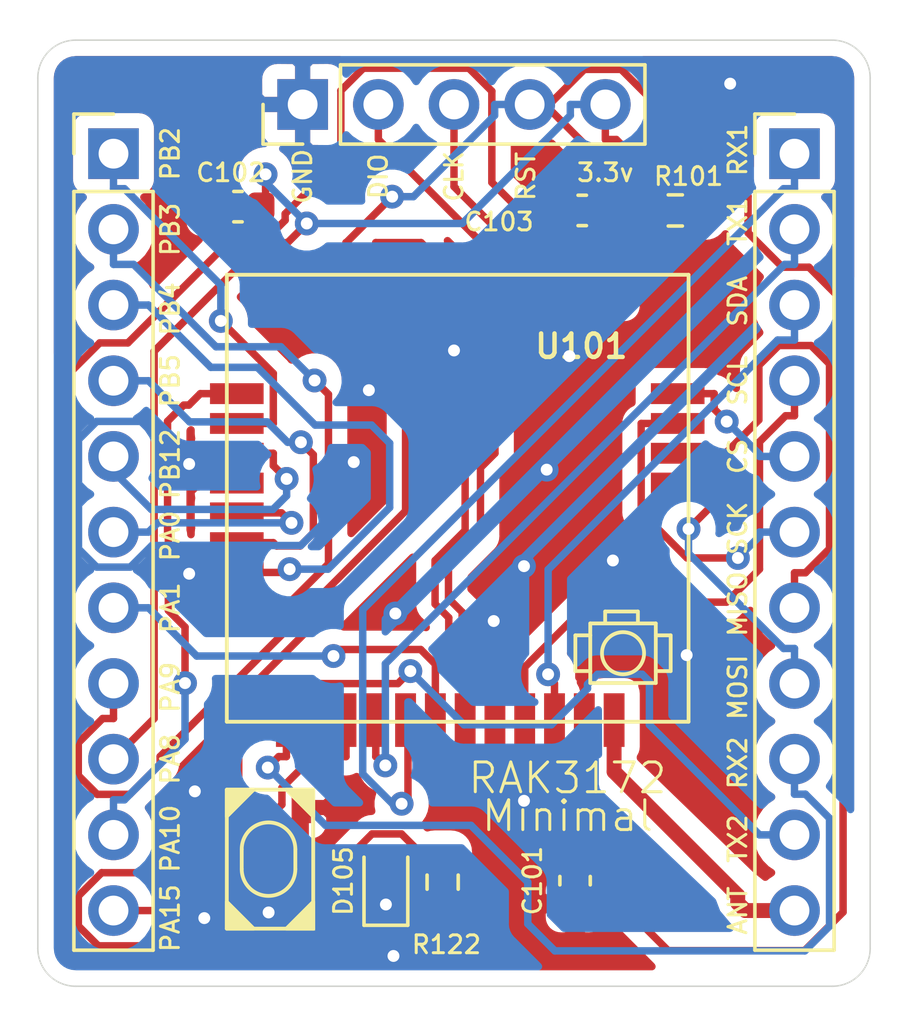
<source format=kicad_pcb>
(kicad_pcb (version 20171130) (host pcbnew "(5.1.12)-1")

  (general
    (thickness 1.6)
    (drawings 37)
    (tracks 371)
    (zones 0)
    (modules 11)
    (nets 30)
  )

  (page A4)
  (layers
    (0 F.Cu signal)
    (31 B.Cu signal)
    (32 B.Adhes user)
    (33 F.Adhes user)
    (34 B.Paste user)
    (35 F.Paste user)
    (36 B.SilkS user)
    (37 F.SilkS user)
    (38 B.Mask user)
    (39 F.Mask user)
    (40 Dwgs.User user)
    (41 Cmts.User user)
    (42 Eco1.User user)
    (43 Eco2.User user)
    (44 Edge.Cuts user)
    (45 Margin user)
    (46 B.CrtYd user)
    (47 F.CrtYd user)
    (48 B.Fab user)
    (49 F.Fab user)
  )

  (setup
    (last_trace_width 0.25)
    (trace_clearance 0.2)
    (zone_clearance 0.508)
    (zone_45_only no)
    (trace_min 0.2)
    (via_size 0.8)
    (via_drill 0.4)
    (via_min_size 0.4)
    (via_min_drill 0.3)
    (uvia_size 0.3)
    (uvia_drill 0.1)
    (uvias_allowed no)
    (uvia_min_size 0.2)
    (uvia_min_drill 0.1)
    (edge_width 0.05)
    (segment_width 0.2)
    (pcb_text_width 0.3)
    (pcb_text_size 1.5 1.5)
    (mod_edge_width 0.12)
    (mod_text_size 1 1)
    (mod_text_width 0.15)
    (pad_size 1.524 1.524)
    (pad_drill 0.762)
    (pad_to_mask_clearance 0)
    (aux_axis_origin 0 0)
    (visible_elements 7FFFFFFF)
    (pcbplotparams
      (layerselection 0x010fc_ffffffff)
      (usegerberextensions false)
      (usegerberattributes true)
      (usegerberadvancedattributes true)
      (creategerberjobfile true)
      (excludeedgelayer true)
      (linewidth 0.100000)
      (plotframeref false)
      (viasonmask false)
      (mode 1)
      (useauxorigin false)
      (hpglpennumber 1)
      (hpglpenspeed 20)
      (hpglpendiameter 15.000000)
      (psnegative false)
      (psa4output false)
      (plotreference true)
      (plotvalue true)
      (plotinvisibletext false)
      (padsonsilk false)
      (subtractmaskfromsilk false)
      (outputformat 1)
      (mirror false)
      (drillshape 0)
      (scaleselection 1)
      (outputdirectory "gerber/"))
  )

  (net 0 "")
  (net 1 GND)
  (net 2 +3V3)
  (net 3 /RESET)
  (net 4 /SWCLK)
  (net 5 /SWDIO)
  (net 6 /UART2TX)
  (net 7 /UART2RX)
  (net 8 "Net-(D105-Pad2)")
  (net 9 "Net-(SW105-Pad1)")
  (net 10 /PB2)
  (net 11 /PB3)
  (net 12 /PB4)
  (net 13 /PB5)
  (net 14 /PB12)
  (net 15 /PA0)
  (net 16 /PA1)
  (net 17 /PA9)
  (net 18 /PA8)
  (net 19 /PA10)
  (net 20 /PA15)
  (net 21 /ANT)
  (net 22 /MOSI)
  (net 23 /MISO)
  (net 24 /SCK)
  (net 25 /CS)
  (net 26 /SCL)
  (net 27 /SDA)
  (net 28 /TX1)
  (net 29 /RX1)

  (net_class Default "This is the default net class."
    (clearance 0.2)
    (trace_width 0.25)
    (via_dia 0.8)
    (via_drill 0.4)
    (uvia_dia 0.3)
    (uvia_drill 0.1)
    (add_net +3V3)
    (add_net /CS)
    (add_net /MISO)
    (add_net /MOSI)
    (add_net /PA0)
    (add_net /PA1)
    (add_net /PA10)
    (add_net /PA15)
    (add_net /PA8)
    (add_net /PA9)
    (add_net /PB12)
    (add_net /PB2)
    (add_net /PB3)
    (add_net /PB4)
    (add_net /PB5)
    (add_net /RESET)
    (add_net /RX1)
    (add_net /SCK)
    (add_net /SCL)
    (add_net /SDA)
    (add_net /SWCLK)
    (add_net /SWDIO)
    (add_net /TX1)
    (add_net /UART2RX)
    (add_net /UART2TX)
    (add_net GND)
    (add_net "Net-(D105-Pad2)")
    (add_net "Net-(SW105-Pad1)")
  )

  (net_class ANT ""
    (clearance 0.2)
    (trace_width 0.5)
    (via_dia 0.8)
    (via_drill 0.4)
    (uvia_dia 0.3)
    (uvia_drill 0.1)
    (add_net /ANT)
  )

  (module Capacitor_SMD:C_0603_1608Metric (layer F.Cu) (tedit 5F68FEEE) (tstamp 638439EE)
    (at 82.804 77.737 90)
    (descr "Capacitor SMD 0603 (1608 Metric), square (rectangular) end terminal, IPC_7351 nominal, (Body size source: IPC-SM-782 page 76, https://www.pcb-3d.com/wordpress/wp-content/uploads/ipc-sm-782a_amendment_1_and_2.pdf), generated with kicad-footprint-generator")
    (tags capacitor)
    (path /62CB7D71)
    (attr smd)
    (fp_text reference C101 (at 0 -1.43 90) (layer F.SilkS)
      (effects (font (size 0.6 0.6) (thickness 0.1)))
    )
    (fp_text value 100nF (at 0 1.43 90) (layer F.Fab)
      (effects (font (size 1 1) (thickness 0.15)))
    )
    (fp_line (start 1.48 0.73) (end -1.48 0.73) (layer F.CrtYd) (width 0.05))
    (fp_line (start 1.48 -0.73) (end 1.48 0.73) (layer F.CrtYd) (width 0.05))
    (fp_line (start -1.48 -0.73) (end 1.48 -0.73) (layer F.CrtYd) (width 0.05))
    (fp_line (start -1.48 0.73) (end -1.48 -0.73) (layer F.CrtYd) (width 0.05))
    (fp_line (start -0.14058 0.51) (end 0.14058 0.51) (layer F.SilkS) (width 0.12))
    (fp_line (start -0.14058 -0.51) (end 0.14058 -0.51) (layer F.SilkS) (width 0.12))
    (fp_line (start 0.8 0.4) (end -0.8 0.4) (layer F.Fab) (width 0.1))
    (fp_line (start 0.8 -0.4) (end 0.8 0.4) (layer F.Fab) (width 0.1))
    (fp_line (start -0.8 -0.4) (end 0.8 -0.4) (layer F.Fab) (width 0.1))
    (fp_line (start -0.8 0.4) (end -0.8 -0.4) (layer F.Fab) (width 0.1))
    (fp_text user %R (at 0 0 90) (layer F.Fab)
      (effects (font (size 0.4 0.4) (thickness 0.06)))
    )
    (pad 1 smd roundrect (at -0.775 0 90) (size 0.9 0.95) (layers F.Cu F.Paste F.Mask) (roundrect_rratio 0.25)
      (net 1 GND))
    (pad 2 smd roundrect (at 0.775 0 90) (size 0.9 0.95) (layers F.Cu F.Paste F.Mask) (roundrect_rratio 0.25)
      (net 3 /RESET))
    (model ${KISYS3DMOD}/Capacitor_SMD.3dshapes/C_0603_1608Metric.wrl
      (at (xyz 0 0 0))
      (scale (xyz 1 1 1))
      (rotate (xyz 0 0 0))
    )
  )

  (module Capacitor_SMD:C_0603_1608Metric (layer F.Cu) (tedit 5F68FEEE) (tstamp 638439FF)
    (at 71.488 55.118)
    (descr "Capacitor SMD 0603 (1608 Metric), square (rectangular) end terminal, IPC_7351 nominal, (Body size source: IPC-SM-782 page 76, https://www.pcb-3d.com/wordpress/wp-content/uploads/ipc-sm-782a_amendment_1_and_2.pdf), generated with kicad-footprint-generator")
    (tags capacitor)
    (path /62CB1AA2)
    (attr smd)
    (fp_text reference C102 (at -0.241 -1.143 180) (layer F.SilkS)
      (effects (font (size 0.6 0.6) (thickness 0.1)))
    )
    (fp_text value 100nF (at 0 1.43) (layer F.Fab)
      (effects (font (size 1 1) (thickness 0.15)))
    )
    (fp_text user %R (at 0 0) (layer F.Fab)
      (effects (font (size 0.4 0.4) (thickness 0.06)))
    )
    (fp_line (start -0.8 0.4) (end -0.8 -0.4) (layer F.Fab) (width 0.1))
    (fp_line (start -0.8 -0.4) (end 0.8 -0.4) (layer F.Fab) (width 0.1))
    (fp_line (start 0.8 -0.4) (end 0.8 0.4) (layer F.Fab) (width 0.1))
    (fp_line (start 0.8 0.4) (end -0.8 0.4) (layer F.Fab) (width 0.1))
    (fp_line (start -0.14058 -0.51) (end 0.14058 -0.51) (layer F.SilkS) (width 0.12))
    (fp_line (start -0.14058 0.51) (end 0.14058 0.51) (layer F.SilkS) (width 0.12))
    (fp_line (start -1.48 0.73) (end -1.48 -0.73) (layer F.CrtYd) (width 0.05))
    (fp_line (start -1.48 -0.73) (end 1.48 -0.73) (layer F.CrtYd) (width 0.05))
    (fp_line (start 1.48 -0.73) (end 1.48 0.73) (layer F.CrtYd) (width 0.05))
    (fp_line (start 1.48 0.73) (end -1.48 0.73) (layer F.CrtYd) (width 0.05))
    (pad 2 smd roundrect (at 0.775 0) (size 0.9 0.95) (layers F.Cu F.Paste F.Mask) (roundrect_rratio 0.25)
      (net 2 +3V3))
    (pad 1 smd roundrect (at -0.775 0) (size 0.9 0.95) (layers F.Cu F.Paste F.Mask) (roundrect_rratio 0.25)
      (net 1 GND))
    (model ${KISYS3DMOD}/Capacitor_SMD.3dshapes/C_0603_1608Metric.wrl
      (at (xyz 0 0 0))
      (scale (xyz 1 1 1))
      (rotate (xyz 0 0 0))
    )
  )

  (module Capacitor_SMD:C_0603_1608Metric (layer F.Cu) (tedit 5F68FEEE) (tstamp 63843A10)
    (at 83.045 55.245)
    (descr "Capacitor SMD 0603 (1608 Metric), square (rectangular) end terminal, IPC_7351 nominal, (Body size source: IPC-SM-782 page 76, https://www.pcb-3d.com/wordpress/wp-content/uploads/ipc-sm-782a_amendment_1_and_2.pdf), generated with kicad-footprint-generator")
    (tags capacitor)
    (path /62CAE743)
    (attr smd)
    (fp_text reference C103 (at -2.794 0.381) (layer F.SilkS)
      (effects (font (size 0.6 0.6) (thickness 0.1)))
    )
    (fp_text value 10uF (at 0 1.43) (layer F.Fab)
      (effects (font (size 1 1) (thickness 0.15)))
    )
    (fp_line (start 1.48 0.73) (end -1.48 0.73) (layer F.CrtYd) (width 0.05))
    (fp_line (start 1.48 -0.73) (end 1.48 0.73) (layer F.CrtYd) (width 0.05))
    (fp_line (start -1.48 -0.73) (end 1.48 -0.73) (layer F.CrtYd) (width 0.05))
    (fp_line (start -1.48 0.73) (end -1.48 -0.73) (layer F.CrtYd) (width 0.05))
    (fp_line (start -0.14058 0.51) (end 0.14058 0.51) (layer F.SilkS) (width 0.12))
    (fp_line (start -0.14058 -0.51) (end 0.14058 -0.51) (layer F.SilkS) (width 0.12))
    (fp_line (start 0.8 0.4) (end -0.8 0.4) (layer F.Fab) (width 0.1))
    (fp_line (start 0.8 -0.4) (end 0.8 0.4) (layer F.Fab) (width 0.1))
    (fp_line (start -0.8 -0.4) (end 0.8 -0.4) (layer F.Fab) (width 0.1))
    (fp_line (start -0.8 0.4) (end -0.8 -0.4) (layer F.Fab) (width 0.1))
    (fp_text user %R (at 0 0) (layer F.Fab)
      (effects (font (size 0.4 0.4) (thickness 0.06)))
    )
    (pad 1 smd roundrect (at -0.775 0) (size 0.9 0.95) (layers F.Cu F.Paste F.Mask) (roundrect_rratio 0.25)
      (net 1 GND))
    (pad 2 smd roundrect (at 0.775 0) (size 0.9 0.95) (layers F.Cu F.Paste F.Mask) (roundrect_rratio 0.25)
      (net 2 +3V3))
    (model ${KISYS3DMOD}/Capacitor_SMD.3dshapes/C_0603_1608Metric.wrl
      (at (xyz 0 0 0))
      (scale (xyz 1 1 1))
      (rotate (xyz 0 0 0))
    )
  )

  (module LED_SMD:LED_0603_1608Metric (layer F.Cu) (tedit 5F68FEF1) (tstamp 63843A23)
    (at 76.454 77.7495 90)
    (descr "LED SMD 0603 (1608 Metric), square (rectangular) end terminal, IPC_7351 nominal, (Body size source: http://www.tortai-tech.com/upload/download/2011102023233369053.pdf), generated with kicad-footprint-generator")
    (tags LED)
    (path /63640387)
    (attr smd)
    (fp_text reference D105 (at 0 -1.43 90) (layer F.SilkS)
      (effects (font (size 0.6 0.6) (thickness 0.1)))
    )
    (fp_text value ON-LED (at 0 1.43 90) (layer F.Fab)
      (effects (font (size 1 1) (thickness 0.15)))
    )
    (fp_line (start 1.48 0.73) (end -1.48 0.73) (layer F.CrtYd) (width 0.05))
    (fp_line (start 1.48 -0.73) (end 1.48 0.73) (layer F.CrtYd) (width 0.05))
    (fp_line (start -1.48 -0.73) (end 1.48 -0.73) (layer F.CrtYd) (width 0.05))
    (fp_line (start -1.48 0.73) (end -1.48 -0.73) (layer F.CrtYd) (width 0.05))
    (fp_line (start -1.485 0.735) (end 0.8 0.735) (layer F.SilkS) (width 0.12))
    (fp_line (start -1.485 -0.735) (end -1.485 0.735) (layer F.SilkS) (width 0.12))
    (fp_line (start 0.8 -0.735) (end -1.485 -0.735) (layer F.SilkS) (width 0.12))
    (fp_line (start 0.8 0.4) (end 0.8 -0.4) (layer F.Fab) (width 0.1))
    (fp_line (start -0.8 0.4) (end 0.8 0.4) (layer F.Fab) (width 0.1))
    (fp_line (start -0.8 -0.1) (end -0.8 0.4) (layer F.Fab) (width 0.1))
    (fp_line (start -0.5 -0.4) (end -0.8 -0.1) (layer F.Fab) (width 0.1))
    (fp_line (start 0.8 -0.4) (end -0.5 -0.4) (layer F.Fab) (width 0.1))
    (fp_text user %R (at 0 0 90) (layer F.Fab)
      (effects (font (size 0.4 0.4) (thickness 0.06)))
    )
    (pad 1 smd roundrect (at -0.7875 0 90) (size 0.875 0.95) (layers F.Cu F.Paste F.Mask) (roundrect_rratio 0.25)
      (net 1 GND))
    (pad 2 smd roundrect (at 0.7875 0 90) (size 0.875 0.95) (layers F.Cu F.Paste F.Mask) (roundrect_rratio 0.25)
      (net 8 "Net-(D105-Pad2)"))
    (model ${KISYS3DMOD}/LED_SMD.3dshapes/LED_0603_1608Metric.wrl
      (at (xyz 0 0 0))
      (scale (xyz 1 1 1))
      (rotate (xyz 0 0 0))
    )
  )

  (module Connector_PinHeader_2.54mm:PinHeader_1x05_P2.54mm_Vertical (layer F.Cu) (tedit 59FED5CC) (tstamp 63843A54)
    (at 73.66 51.689 90)
    (descr "Through hole straight pin header, 1x05, 2.54mm pitch, single row")
    (tags "Through hole pin header THT 1x05 2.54mm single row")
    (path /6384CD50)
    (fp_text reference J101 (at 0 -2.33 90) (layer F.SilkS) hide
      (effects (font (size 1 1) (thickness 0.15)))
    )
    (fp_text value Prog_cnx (at 0 12.49 90) (layer F.Fab)
      (effects (font (size 1 1) (thickness 0.15)))
    )
    (fp_line (start 1.8 -1.8) (end -1.8 -1.8) (layer F.CrtYd) (width 0.05))
    (fp_line (start 1.8 11.95) (end 1.8 -1.8) (layer F.CrtYd) (width 0.05))
    (fp_line (start -1.8 11.95) (end 1.8 11.95) (layer F.CrtYd) (width 0.05))
    (fp_line (start -1.8 -1.8) (end -1.8 11.95) (layer F.CrtYd) (width 0.05))
    (fp_line (start -1.33 -1.33) (end 0 -1.33) (layer F.SilkS) (width 0.12))
    (fp_line (start -1.33 0) (end -1.33 -1.33) (layer F.SilkS) (width 0.12))
    (fp_line (start -1.33 1.27) (end 1.33 1.27) (layer F.SilkS) (width 0.12))
    (fp_line (start 1.33 1.27) (end 1.33 11.49) (layer F.SilkS) (width 0.12))
    (fp_line (start -1.33 1.27) (end -1.33 11.49) (layer F.SilkS) (width 0.12))
    (fp_line (start -1.33 11.49) (end 1.33 11.49) (layer F.SilkS) (width 0.12))
    (fp_line (start -1.27 -0.635) (end -0.635 -1.27) (layer F.Fab) (width 0.1))
    (fp_line (start -1.27 11.43) (end -1.27 -0.635) (layer F.Fab) (width 0.1))
    (fp_line (start 1.27 11.43) (end -1.27 11.43) (layer F.Fab) (width 0.1))
    (fp_line (start 1.27 -1.27) (end 1.27 11.43) (layer F.Fab) (width 0.1))
    (fp_line (start -0.635 -1.27) (end 1.27 -1.27) (layer F.Fab) (width 0.1))
    (fp_text user %R (at 0 5.08) (layer F.Fab)
      (effects (font (size 1 1) (thickness 0.15)))
    )
    (pad 1 thru_hole rect (at 0 0 90) (size 1.7 1.7) (drill 1) (layers *.Cu *.Mask)
      (net 1 GND))
    (pad 2 thru_hole oval (at 0 2.54 90) (size 1.7 1.7) (drill 1) (layers *.Cu *.Mask)
      (net 5 /SWDIO))
    (pad 3 thru_hole oval (at 0 5.08 90) (size 1.7 1.7) (drill 1) (layers *.Cu *.Mask)
      (net 4 /SWCLK))
    (pad 4 thru_hole oval (at 0 7.62 90) (size 1.7 1.7) (drill 1) (layers *.Cu *.Mask)
      (net 3 /RESET))
    (pad 5 thru_hole oval (at 0 10.16 90) (size 1.7 1.7) (drill 1) (layers *.Cu *.Mask)
      (net 2 +3V3))
  )

  (module Connector_PinHeader_2.54mm:PinHeader_1x11_P2.54mm_Vertical (layer F.Cu) (tedit 59FED5CC) (tstamp 63843A73)
    (at 67.31 53.34)
    (descr "Through hole straight pin header, 1x11, 2.54mm pitch, single row")
    (tags "Through hole pin header THT 1x11 2.54mm single row")
    (path /63848F0F)
    (fp_text reference J102 (at 0 -2.33) (layer F.SilkS) hide
      (effects (font (size 1 1) (thickness 0.15)))
    )
    (fp_text value GPIOA (at 0 27.73) (layer F.Fab)
      (effects (font (size 1 1) (thickness 0.15)))
    )
    (fp_line (start 1.8 -1.8) (end -1.8 -1.8) (layer F.CrtYd) (width 0.05))
    (fp_line (start 1.8 27.2) (end 1.8 -1.8) (layer F.CrtYd) (width 0.05))
    (fp_line (start -1.8 27.2) (end 1.8 27.2) (layer F.CrtYd) (width 0.05))
    (fp_line (start -1.8 -1.8) (end -1.8 27.2) (layer F.CrtYd) (width 0.05))
    (fp_line (start -1.33 -1.33) (end 0 -1.33) (layer F.SilkS) (width 0.12))
    (fp_line (start -1.33 0) (end -1.33 -1.33) (layer F.SilkS) (width 0.12))
    (fp_line (start -1.33 1.27) (end 1.33 1.27) (layer F.SilkS) (width 0.12))
    (fp_line (start 1.33 1.27) (end 1.33 26.73) (layer F.SilkS) (width 0.12))
    (fp_line (start -1.33 1.27) (end -1.33 26.73) (layer F.SilkS) (width 0.12))
    (fp_line (start -1.33 26.73) (end 1.33 26.73) (layer F.SilkS) (width 0.12))
    (fp_line (start -1.27 -0.635) (end -0.635 -1.27) (layer F.Fab) (width 0.1))
    (fp_line (start -1.27 26.67) (end -1.27 -0.635) (layer F.Fab) (width 0.1))
    (fp_line (start 1.27 26.67) (end -1.27 26.67) (layer F.Fab) (width 0.1))
    (fp_line (start 1.27 -1.27) (end 1.27 26.67) (layer F.Fab) (width 0.1))
    (fp_line (start -0.635 -1.27) (end 1.27 -1.27) (layer F.Fab) (width 0.1))
    (fp_text user %R (at 0 12.7 90) (layer F.Fab)
      (effects (font (size 1 1) (thickness 0.15)))
    )
    (pad 1 thru_hole rect (at 0 0) (size 1.7 1.7) (drill 1) (layers *.Cu *.Mask)
      (net 10 /PB2))
    (pad 2 thru_hole oval (at 0 2.54) (size 1.7 1.7) (drill 1) (layers *.Cu *.Mask)
      (net 11 /PB3))
    (pad 3 thru_hole oval (at 0 5.08) (size 1.7 1.7) (drill 1) (layers *.Cu *.Mask)
      (net 12 /PB4))
    (pad 4 thru_hole oval (at 0 7.62) (size 1.7 1.7) (drill 1) (layers *.Cu *.Mask)
      (net 13 /PB5))
    (pad 5 thru_hole oval (at 0 10.16) (size 1.7 1.7) (drill 1) (layers *.Cu *.Mask)
      (net 14 /PB12))
    (pad 6 thru_hole oval (at 0 12.7) (size 1.7 1.7) (drill 1) (layers *.Cu *.Mask)
      (net 15 /PA0))
    (pad 7 thru_hole oval (at 0 15.24) (size 1.7 1.7) (drill 1) (layers *.Cu *.Mask)
      (net 16 /PA1))
    (pad 8 thru_hole oval (at 0 17.78) (size 1.7 1.7) (drill 1) (layers *.Cu *.Mask)
      (net 17 /PA9))
    (pad 9 thru_hole oval (at 0 20.32) (size 1.7 1.7) (drill 1) (layers *.Cu *.Mask)
      (net 18 /PA8))
    (pad 10 thru_hole oval (at 0 22.86) (size 1.7 1.7) (drill 1) (layers *.Cu *.Mask)
      (net 19 /PA10))
    (pad 11 thru_hole oval (at 0 25.4) (size 1.7 1.7) (drill 1) (layers *.Cu *.Mask)
      (net 20 /PA15))
  )

  (module Connector_PinHeader_2.54mm:PinHeader_1x11_P2.54mm_Vertical (layer F.Cu) (tedit 59FED5CC) (tstamp 63843A92)
    (at 90.17 53.34)
    (descr "Through hole straight pin header, 1x11, 2.54mm pitch, single row")
    (tags "Through hole pin header THT 1x11 2.54mm single row")
    (path /6384DE4C)
    (fp_text reference J103 (at 0 -2.33) (layer F.SilkS) hide
      (effects (font (size 1 1) (thickness 0.15)))
    )
    (fp_text value GPIOB (at 0 27.73) (layer F.Fab)
      (effects (font (size 1 1) (thickness 0.15)))
    )
    (fp_text user %R (at 0 12.7 90) (layer F.Fab)
      (effects (font (size 1 1) (thickness 0.15)))
    )
    (fp_line (start -0.635 -1.27) (end 1.27 -1.27) (layer F.Fab) (width 0.1))
    (fp_line (start 1.27 -1.27) (end 1.27 26.67) (layer F.Fab) (width 0.1))
    (fp_line (start 1.27 26.67) (end -1.27 26.67) (layer F.Fab) (width 0.1))
    (fp_line (start -1.27 26.67) (end -1.27 -0.635) (layer F.Fab) (width 0.1))
    (fp_line (start -1.27 -0.635) (end -0.635 -1.27) (layer F.Fab) (width 0.1))
    (fp_line (start -1.33 26.73) (end 1.33 26.73) (layer F.SilkS) (width 0.12))
    (fp_line (start -1.33 1.27) (end -1.33 26.73) (layer F.SilkS) (width 0.12))
    (fp_line (start 1.33 1.27) (end 1.33 26.73) (layer F.SilkS) (width 0.12))
    (fp_line (start -1.33 1.27) (end 1.33 1.27) (layer F.SilkS) (width 0.12))
    (fp_line (start -1.33 0) (end -1.33 -1.33) (layer F.SilkS) (width 0.12))
    (fp_line (start -1.33 -1.33) (end 0 -1.33) (layer F.SilkS) (width 0.12))
    (fp_line (start -1.8 -1.8) (end -1.8 27.2) (layer F.CrtYd) (width 0.05))
    (fp_line (start -1.8 27.2) (end 1.8 27.2) (layer F.CrtYd) (width 0.05))
    (fp_line (start 1.8 27.2) (end 1.8 -1.8) (layer F.CrtYd) (width 0.05))
    (fp_line (start 1.8 -1.8) (end -1.8 -1.8) (layer F.CrtYd) (width 0.05))
    (pad 11 thru_hole oval (at 0 25.4) (size 1.7 1.7) (drill 1) (layers *.Cu *.Mask)
      (net 21 /ANT))
    (pad 10 thru_hole oval (at 0 22.86) (size 1.7 1.7) (drill 1) (layers *.Cu *.Mask)
      (net 6 /UART2TX))
    (pad 9 thru_hole oval (at 0 20.32) (size 1.7 1.7) (drill 1) (layers *.Cu *.Mask)
      (net 7 /UART2RX))
    (pad 8 thru_hole oval (at 0 17.78) (size 1.7 1.7) (drill 1) (layers *.Cu *.Mask)
      (net 22 /MOSI))
    (pad 7 thru_hole oval (at 0 15.24) (size 1.7 1.7) (drill 1) (layers *.Cu *.Mask)
      (net 23 /MISO))
    (pad 6 thru_hole oval (at 0 12.7) (size 1.7 1.7) (drill 1) (layers *.Cu *.Mask)
      (net 24 /SCK))
    (pad 5 thru_hole oval (at 0 10.16) (size 1.7 1.7) (drill 1) (layers *.Cu *.Mask)
      (net 25 /CS))
    (pad 4 thru_hole oval (at 0 7.62) (size 1.7 1.7) (drill 1) (layers *.Cu *.Mask)
      (net 26 /SCL))
    (pad 3 thru_hole oval (at 0 5.08) (size 1.7 1.7) (drill 1) (layers *.Cu *.Mask)
      (net 27 /SDA))
    (pad 2 thru_hole oval (at 0 2.54) (size 1.7 1.7) (drill 1) (layers *.Cu *.Mask)
      (net 28 /TX1))
    (pad 1 thru_hole rect (at 0 0) (size 1.7 1.7) (drill 1) (layers *.Cu *.Mask)
      (net 29 /RX1))
  )

  (module Resistor_SMD:R_0603_1608Metric (layer F.Cu) (tedit 5F68FEEE) (tstamp 63843AA3)
    (at 86.169 55.245 180)
    (descr "Resistor SMD 0603 (1608 Metric), square (rectangular) end terminal, IPC_7351 nominal, (Body size source: IPC-SM-782 page 72, https://www.pcb-3d.com/wordpress/wp-content/uploads/ipc-sm-782a_amendment_1_and_2.pdf), generated with kicad-footprint-generator")
    (tags resistor)
    (path /62CB5832)
    (attr smd)
    (fp_text reference R101 (at -0.445 1.143 180) (layer F.SilkS)
      (effects (font (size 0.6 0.6) (thickness 0.1)))
    )
    (fp_text value 10k (at 0 1.43) (layer F.Fab)
      (effects (font (size 1 1) (thickness 0.15)))
    )
    (fp_line (start 1.48 0.73) (end -1.48 0.73) (layer F.CrtYd) (width 0.05))
    (fp_line (start 1.48 -0.73) (end 1.48 0.73) (layer F.CrtYd) (width 0.05))
    (fp_line (start -1.48 -0.73) (end 1.48 -0.73) (layer F.CrtYd) (width 0.05))
    (fp_line (start -1.48 0.73) (end -1.48 -0.73) (layer F.CrtYd) (width 0.05))
    (fp_line (start -0.237258 0.5225) (end 0.237258 0.5225) (layer F.SilkS) (width 0.12))
    (fp_line (start -0.237258 -0.5225) (end 0.237258 -0.5225) (layer F.SilkS) (width 0.12))
    (fp_line (start 0.8 0.4125) (end -0.8 0.4125) (layer F.Fab) (width 0.1))
    (fp_line (start 0.8 -0.4125) (end 0.8 0.4125) (layer F.Fab) (width 0.1))
    (fp_line (start -0.8 -0.4125) (end 0.8 -0.4125) (layer F.Fab) (width 0.1))
    (fp_line (start -0.8 0.4125) (end -0.8 -0.4125) (layer F.Fab) (width 0.1))
    (fp_text user %R (at 0 0) (layer F.Fab)
      (effects (font (size 0.4 0.4) (thickness 0.06)))
    )
    (pad 1 smd roundrect (at -0.825 0 180) (size 0.8 0.95) (layers F.Cu F.Paste F.Mask) (roundrect_rratio 0.25)
      (net 2 +3V3))
    (pad 2 smd roundrect (at 0.825 0 180) (size 0.8 0.95) (layers F.Cu F.Paste F.Mask) (roundrect_rratio 0.25)
      (net 3 /RESET))
    (model ${KISYS3DMOD}/Resistor_SMD.3dshapes/R_0603_1608Metric.wrl
      (at (xyz 0 0 0))
      (scale (xyz 1 1 1))
      (rotate (xyz 0 0 0))
    )
  )

  (module Resistor_SMD:R_0603_1608Metric (layer F.Cu) (tedit 5F68FEEE) (tstamp 63843AB4)
    (at 78.359 77.787 90)
    (descr "Resistor SMD 0603 (1608 Metric), square (rectangular) end terminal, IPC_7351 nominal, (Body size source: IPC-SM-782 page 72, https://www.pcb-3d.com/wordpress/wp-content/uploads/ipc-sm-782a_amendment_1_and_2.pdf), generated with kicad-footprint-generator")
    (tags resistor)
    (path /6364037D)
    (attr smd)
    (fp_text reference R122 (at -2.096 0.127 180) (layer F.SilkS)
      (effects (font (size 0.6 0.6) (thickness 0.1)))
    )
    (fp_text value 330R (at 0 1.43 90) (layer F.Fab)
      (effects (font (size 1 1) (thickness 0.15)))
    )
    (fp_text user %R (at 0 0 90) (layer F.Fab)
      (effects (font (size 0.4 0.4) (thickness 0.06)))
    )
    (fp_line (start -0.8 0.4125) (end -0.8 -0.4125) (layer F.Fab) (width 0.1))
    (fp_line (start -0.8 -0.4125) (end 0.8 -0.4125) (layer F.Fab) (width 0.1))
    (fp_line (start 0.8 -0.4125) (end 0.8 0.4125) (layer F.Fab) (width 0.1))
    (fp_line (start 0.8 0.4125) (end -0.8 0.4125) (layer F.Fab) (width 0.1))
    (fp_line (start -0.237258 -0.5225) (end 0.237258 -0.5225) (layer F.SilkS) (width 0.12))
    (fp_line (start -0.237258 0.5225) (end 0.237258 0.5225) (layer F.SilkS) (width 0.12))
    (fp_line (start -1.48 0.73) (end -1.48 -0.73) (layer F.CrtYd) (width 0.05))
    (fp_line (start -1.48 -0.73) (end 1.48 -0.73) (layer F.CrtYd) (width 0.05))
    (fp_line (start 1.48 -0.73) (end 1.48 0.73) (layer F.CrtYd) (width 0.05))
    (fp_line (start 1.48 0.73) (end -1.48 0.73) (layer F.CrtYd) (width 0.05))
    (pad 2 smd roundrect (at 0.825 0 90) (size 0.8 0.95) (layers F.Cu F.Paste F.Mask) (roundrect_rratio 0.25)
      (net 8 "Net-(D105-Pad2)"))
    (pad 1 smd roundrect (at -0.825 0 90) (size 0.8 0.95) (layers F.Cu F.Paste F.Mask) (roundrect_rratio 0.25)
      (net 2 +3V3))
    (model ${KISYS3DMOD}/Resistor_SMD.3dshapes/R_0603_1608Metric.wrl
      (at (xyz 0 0 0))
      (scale (xyz 1 1 1))
      (rotate (xyz 0 0 0))
    )
  )

  (module 27sharp:SKRPABE010 (layer F.Cu) (tedit 61C25651) (tstamp 63843AC8)
    (at 73.914 79.248 90)
    (descr "SKRPABE010 Alps Electronics SMD-mounted tactile switch")
    (path /6363166B)
    (fp_text reference SW105 (at 2.159 -3.38455 90) (layer F.SilkS) hide
      (effects (font (size 0.48 0.48) (thickness 0.12)))
    )
    (fp_text value BOOT (at 0 0 90) (layer F.Fab)
      (effects (font (size 0.787402 0.787402) (thickness 0.15)))
    )
    (fp_poly (pts (xy -0.1 0.1) (xy 0.8 0.1) (xy -0.1 -0.8)) (layer F.SilkS) (width 0.127))
    (fp_poly (pts (xy 4.565 0.1) (xy 4.565 -0.8) (xy 3.665 0.1)) (layer F.SilkS) (width 0.127))
    (fp_poly (pts (xy 4.565 -2.8) (xy 3.665 -2.8) (xy 4.565 -1.9)) (layer F.SilkS) (width 0.127))
    (fp_poly (pts (xy -0.1 -2.8) (xy -0.1 -1.9) (xy 0.8 -2.8)) (layer F.SilkS) (width 0.127))
    (fp_line (start -0.1 0.1) (end -0.1 -2.8) (layer F.SilkS) (width 0.127))
    (fp_line (start 4.565 0.1) (end -0.1 0.1) (layer F.SilkS) (width 0.127))
    (fp_line (start 4.565 -2.8) (end 4.565 0.1) (layer F.SilkS) (width 0.127))
    (fp_line (start -0.1 -2.8) (end 4.565 -2.8) (layer F.SilkS) (width 0.127))
    (fp_line (start 2.565 -0.5) (end 1.9 -0.5) (layer F.SilkS) (width 0.127))
    (fp_line (start 1.9 -2.3) (end 2.565 -2.3) (layer F.SilkS) (width 0.127))
    (fp_arc (start 1.9 -1.4) (end 1.9 -2.3) (angle -180) (layer F.SilkS) (width 0.127))
    (fp_arc (start 2.565 -1.4) (end 2.565 -0.5) (angle -180) (layer F.SilkS) (width 0.127))
    (pad 2 smd rect (at 3.965 -0.3 90) (size 1.05 0.65) (layers F.Cu F.Paste F.Mask)
      (net 1 GND))
    (pad 2 smd rect (at 0.5 -0.3 90) (size 1.05 0.65) (layers F.Cu F.Paste F.Mask)
      (net 1 GND))
    (pad 1 smd rect (at 3.965 -2.4 90) (size 1.05 0.65) (layers F.Cu F.Paste F.Mask)
      (net 9 "Net-(SW105-Pad1)"))
    (pad 1 smd rect (at 0.5 -2.4 90) (size 1.05 0.65) (layers F.Cu F.Paste F.Mask)
      (net 9 "Net-(SW105-Pad1)"))
    (model ${KIPRJMOD}/SKRPABE010.step
      (offset (xyz 2.25 1.25 0))
      (scale (xyz 1 1 1))
      (rotate (xyz -90 0 0))
    )
  )

  (module 27sharp:RAK3172 (layer F.Cu) (tedit 62CA968F) (tstamp 63843B04)
    (at 86.614 57.404 180)
    (descr "RAK4260 LoRaWAN module from RAKwireless.")
    (path /62CA9669)
    (fp_text reference U101 (at 3.6 -2.4) (layer F.SilkS)
      (effects (font (size 0.787402 0.787402) (thickness 0.15)))
    )
    (fp_text value RAK3172 (at 7.4 -9.6) (layer F.Fab)
      (effects (font (size 0.787402 0.787402) (thickness 0.15)))
    )
    (fp_line (start 3.8 -13.3) (end 3.3 -13.3) (layer F.SilkS) (width 0.127))
    (fp_line (start 0.6 -13.3) (end 1.1 -13.3) (layer F.SilkS) (width 0.127))
    (fp_line (start 1.7 -11.3) (end 1.7 -11.7) (layer F.SilkS) (width 0.127))
    (fp_line (start 2.8 -11.3) (end 2.8 -11.7) (layer F.SilkS) (width 0.127))
    (fp_line (start 3.8 -12.1) (end 3.3 -12.1) (layer F.SilkS) (width 0.127))
    (fp_line (start 1.1 -11.7) (end 1.1 -12.1) (layer F.SilkS) (width 0.127))
    (fp_line (start 1.7 -11.7) (end 1.1 -11.7) (layer F.SilkS) (width 0.127))
    (fp_line (start 2.8 -11.7) (end 1.7 -11.7) (layer F.SilkS) (width 0.127))
    (fp_line (start 3.3 -11.7) (end 2.8 -11.7) (layer F.SilkS) (width 0.127))
    (fp_line (start 3.3 -12.1) (end 3.3 -11.7) (layer F.SilkS) (width 0.127))
    (fp_line (start 3.3 -13.3) (end 3.3 -12.1) (layer F.SilkS) (width 0.127))
    (fp_line (start 3.3 -13.7) (end 3.3 -13.3) (layer F.SilkS) (width 0.127))
    (fp_line (start 1.1 -13.7) (end 3.3 -13.7) (layer F.SilkS) (width 0.127))
    (fp_line (start 1.1 -13.3) (end 1.1 -13.7) (layer F.SilkS) (width 0.127))
    (fp_line (start 1.1 -12.1) (end 1.1 -13.3) (layer F.SilkS) (width 0.127))
    (fp_line (start 1.7 -11.3) (end 2.8 -11.3) (layer F.SilkS) (width 0.127))
    (fp_line (start 0.6 -12.1) (end 0.6 -13.3) (layer F.SilkS) (width 0.127))
    (fp_line (start 1.1 -12.1) (end 0.6 -12.1) (layer F.SilkS) (width 0.127))
    (fp_line (start 3.8 -13.3) (end 3.8 -12.1) (layer F.SilkS) (width 0.127))
    (fp_line (start 0 -15) (end 0 0) (layer F.SilkS) (width 0.127))
    (fp_line (start 15.5 -15) (end 0 -15) (layer F.SilkS) (width 0.127))
    (fp_line (start 15.5 0) (end 15.5 -15) (layer F.SilkS) (width 0.127))
    (fp_line (start 0 0) (end 15.5 0) (layer F.SilkS) (width 0.127))
    (fp_circle (center 2.2 -12.7) (end 2.907106 -12.7) (layer F.SilkS) (width 0.127))
    (pad 32 smd rect (at 15.165 -10.99) (size 1.8 0.7) (layers F.Cu F.Paste F.Mask)
      (net 11 /PB3))
    (pad 31 smd rect (at 15.165 -9.99) (size 1.8 0.7) (layers F.Cu F.Paste F.Mask)
      (net 12 /PB4))
    (pad 30 smd rect (at 15.165 -8.99) (size 1.8 0.7) (layers F.Cu F.Paste F.Mask)
      (net 13 /PB5))
    (pad 29 smd rect (at 15.165 -7.99) (size 1.8 0.7) (layers F.Cu F.Paste F.Mask)
      (net 15 /PA0))
    (pad 28 smd rect (at 15.165 -6.99) (size 1.8 0.7) (layers F.Cu F.Paste F.Mask)
      (net 1 GND))
    (pad 27 smd rect (at 15.165 -5.99) (size 1.8 0.7) (layers F.Cu F.Paste F.Mask)
      (net 14 /PB12))
    (pad 26 smd rect (at 15.165 -4.99) (size 1.8 0.7) (layers F.Cu F.Paste F.Mask)
      (net 10 /PB2))
    (pad 25 smd rect (at 15.165 -3.99) (size 1.8 0.7) (layers F.Cu F.Paste F.Mask)
      (net 19 /PA10))
    (pad 24 smd rect (at 13.5 -0.145 270) (size 1.8 0.7) (layers F.Cu F.Paste F.Mask)
      (net 2 +3V3))
    (pad 23 smd rect (at 12.5 -0.145 270) (size 1.8 0.7) (layers F.Cu F.Paste F.Mask)
      (net 1 GND))
    (pad 22 smd rect (at 11.5 -0.145 270) (size 1.8 0.7) (layers F.Cu F.Paste F.Mask)
      (net 3 /RESET))
    (pad 21 smd rect (at 10.5 -0.145 270) (size 1.8 0.7) (layers F.Cu F.Paste F.Mask)
      (net 9 "Net-(SW105-Pad1)"))
    (pad 20 smd rect (at 9.5 -0.145 270) (size 1.8 0.7) (layers F.Cu F.Paste F.Mask)
      (net 17 /PA9))
    (pad 19 smd rect (at 4.5 -0.145 270) (size 1.8 0.7) (layers F.Cu F.Paste F.Mask)
      (net 18 /PA8))
    (pad 18 smd rect (at 3.5 -0.145 270) (size 1.8 0.7) (layers F.Cu F.Paste F.Mask)
      (net 1 GND))
    (pad 17 smd rect (at 2.5 -0.145 270) (size 1.8 0.7) (layers F.Cu F.Paste F.Mask)
      (net 1 GND))
    (pad 16 smd rect (at 0.365 -3.99) (size 1.8 0.7) (layers F.Cu F.Paste F.Mask)
      (net 25 /CS))
    (pad 15 smd rect (at 0.365 -4.99) (size 1.8 0.7) (layers F.Cu F.Paste F.Mask)
      (net 24 /SCK))
    (pad 14 smd rect (at 0.365 -5.99) (size 1.8 0.7) (layers F.Cu F.Paste F.Mask)
      (net 23 /MISO))
    (pad 13 smd rect (at 0.365 -6.99) (size 1.8 0.7) (layers F.Cu F.Paste F.Mask)
      (net 22 /MOSI))
    (pad 12 smd rect (at 2.5 -14.945 270) (size 1.8 0.7) (layers F.Cu F.Paste F.Mask)
      (net 21 /ANT))
    (pad 11 smd rect (at 3.5 -14.945 270) (size 1.8 0.7) (layers F.Cu F.Paste F.Mask)
      (net 1 GND))
    (pad 10 smd rect (at 4.5 -14.945 270) (size 1.8 0.7) (layers F.Cu F.Paste F.Mask)
      (net 27 /SDA))
    (pad 9 smd rect (at 5.5 -14.945 270) (size 1.8 0.7) (layers F.Cu F.Paste F.Mask)
      (net 26 /SCL))
    (pad 8 smd rect (at 6.5 -14.945 270) (size 1.8 0.7) (layers F.Cu F.Paste F.Mask)
      (net 4 /SWCLK))
    (pad 7 smd rect (at 7.5 -14.945 270) (size 1.8 0.7) (layers F.Cu F.Paste F.Mask)
      (net 5 /SWDIO))
    (pad 6 smd rect (at 8.5 -14.945 270) (size 1.8 0.7) (layers F.Cu F.Paste F.Mask)
      (net 16 /PA1))
    (pad 5 smd rect (at 9.5 -14.945 270) (size 1.8 0.7) (layers F.Cu F.Paste F.Mask)
      (net 29 /RX1))
    (pad 4 smd rect (at 10.5 -14.945 270) (size 1.8 0.7) (layers F.Cu F.Paste F.Mask)
      (net 28 /TX1))
    (pad 3 smd rect (at 11.5 -14.945 270) (size 1.8 0.7) (layers F.Cu F.Paste F.Mask)
      (net 20 /PA15))
    (pad 2 smd rect (at 12.5 -14.945 270) (size 1.8 0.7) (layers F.Cu F.Paste F.Mask)
      (net 6 /UART2TX))
    (pad 1 smd rect (at 13.5 -14.945 270) (size 1.8 0.7) (layers F.Cu F.Paste F.Mask)
      (net 7 /UART2RX))
    (model C:/Users/ccadic/CloudStation/RPIPIZERO2W-MEMORYLCD/MemoryBrakoutKeyboard/rak3172/RAK3172.step
      (offset (xyz 15.5 0 1))
      (scale (xyz 1 1 1))
      (rotate (xyz 0 0 -90))
    )
  )

  (gr_text Minimal (at 82.55 75.565) (layer F.SilkS) (tstamp 63844B5B)
    (effects (font (size 1 1) (thickness 0.1)))
  )
  (gr_text RAK3172 (at 82.55 74.295) (layer F.SilkS)
    (effects (font (size 1 1) (thickness 0.1)))
  )
  (gr_text TX2 (at 88.265 76.327 90) (layer F.SilkS) (tstamp 6384476E)
    (effects (font (size 0.6 0.6) (thickness 0.1)))
  )
  (gr_text ANT (at 88.265 78.74 90) (layer F.SilkS) (tstamp 63844600)
    (effects (font (size 0.6 0.6) (thickness 0.1)))
  )
  (gr_text RX2 (at 88.265 73.787 90) (layer F.SilkS) (tstamp 638445FD)
    (effects (font (size 0.6 0.6) (thickness 0.1)))
  )
  (gr_text MOSI (at 88.265 71.247 90) (layer F.SilkS) (tstamp 638445F9)
    (effects (font (size 0.6 0.6) (thickness 0.1)))
  )
  (gr_text MISO (at 88.265 68.453 90) (layer F.SilkS) (tstamp 638445F1)
    (effects (font (size 0.6 0.6) (thickness 0.1)))
  )
  (gr_text SCK (at 88.265 65.913 90) (layer F.SilkS) (tstamp 638445EE)
    (effects (font (size 0.6 0.6) (thickness 0.1)))
  )
  (gr_text CS (at 88.265 63.5 90) (layer F.SilkS) (tstamp 638445EA)
    (effects (font (size 0.6 0.6) (thickness 0.1)))
  )
  (gr_text SCL (at 88.265 60.96 90) (layer F.SilkS) (tstamp 638445E7)
    (effects (font (size 0.6 0.6) (thickness 0.1)))
  )
  (gr_text SDA (at 88.265 58.293 90) (layer F.SilkS) (tstamp 638445E4)
    (effects (font (size 0.6 0.6) (thickness 0.1)))
  )
  (gr_text TX1 (at 88.265 55.626 90) (layer F.SilkS) (tstamp 638445BD)
    (effects (font (size 0.6 0.6) (thickness 0.1)))
  )
  (gr_text RX1 (at 88.265 53.213 90) (layer F.SilkS) (tstamp 638445BA)
    (effects (font (size 0.6 0.6) (thickness 0.1)))
  )
  (gr_text PB2 (at 69.215 53.34 90) (layer F.SilkS) (tstamp 63844521)
    (effects (font (size 0.6 0.6) (thickness 0.1)))
  )
  (gr_text PB3 (at 69.215 55.88 90) (layer F.SilkS) (tstamp 6384450C)
    (effects (font (size 0.6 0.6) (thickness 0.1)))
  )
  (gr_text PB4 (at 69.215 58.547 90) (layer F.SilkS) (tstamp 63844509)
    (effects (font (size 0.6 0.6) (thickness 0.1)))
  )
  (gr_text PB5 (at 69.215 60.96 90) (layer F.SilkS) (tstamp 63844506)
    (effects (font (size 0.6 0.6) (thickness 0.1)))
  )
  (gr_text PB12 (at 69.215 63.754 90) (layer F.SilkS) (tstamp 63844502)
    (effects (font (size 0.6 0.6) (thickness 0.1)))
  )
  (gr_text PA0 (at 69.215 66.167 90) (layer F.SilkS) (tstamp 638444FF)
    (effects (font (size 0.6 0.6) (thickness 0.1)))
  )
  (gr_text PA1 (at 69.215 68.58 90) (layer F.SilkS) (tstamp 638444FC)
    (effects (font (size 0.6 0.6) (thickness 0.1)))
  )
  (gr_text PA9 (at 69.215 71.247 90) (layer F.SilkS) (tstamp 638444F9)
    (effects (font (size 0.6 0.6) (thickness 0.1)))
  )
  (gr_text PA8 (at 69.215 73.66 90) (layer F.SilkS) (tstamp 638444F6)
    (effects (font (size 0.6 0.6) (thickness 0.1)))
  )
  (gr_text PA10 (at 69.215 76.327 90) (layer F.SilkS) (tstamp 638444F3)
    (effects (font (size 0.6 0.6) (thickness 0.1)))
  )
  (gr_text PA15 (at 69.215 78.994 90) (layer F.SilkS) (tstamp 638444EE)
    (effects (font (size 0.6 0.6) (thickness 0.1)))
  )
  (gr_text 3.3v (at 83.82 53.975) (layer F.SilkS) (tstamp 638444E8)
    (effects (font (size 0.6 0.6) (thickness 0.1)))
  )
  (gr_text RST (at 81.153 54.102 90) (layer F.SilkS) (tstamp 638444E5)
    (effects (font (size 0.6 0.6) (thickness 0.1)))
  )
  (gr_text CLK (at 78.74 54.102 90) (layer F.SilkS) (tstamp 638444C0)
    (effects (font (size 0.6 0.6) (thickness 0.1)))
  )
  (gr_text DIO (at 76.2 54.102 90) (layer F.SilkS) (tstamp 638444BC)
    (effects (font (size 0.6 0.6) (thickness 0.1)))
  )
  (gr_text GND (at 73.66 54.102 90) (layer F.SilkS)
    (effects (font (size 0.6 0.6) (thickness 0.1)))
  )
  (gr_arc (start 91.44 50.8) (end 92.71 50.8) (angle -90) (layer Edge.Cuts) (width 0.05))
  (gr_arc (start 91.44 80.01) (end 91.44 81.28) (angle -90) (layer Edge.Cuts) (width 0.05))
  (gr_arc (start 66.04 80.01) (end 64.77 80.01) (angle -90) (layer Edge.Cuts) (width 0.05))
  (gr_arc (start 66.04 50.8) (end 66.04 49.53) (angle -90) (layer Edge.Cuts) (width 0.05))
  (gr_line (start 64.77 80.01) (end 64.77 50.8) (layer Edge.Cuts) (width 0.05))
  (gr_line (start 91.44 81.28) (end 66.04 81.28) (layer Edge.Cuts) (width 0.05))
  (gr_line (start 92.71 50.8) (end 92.71 80.01) (layer Edge.Cuts) (width 0.05))
  (gr_line (start 66.04 49.53) (end 91.44 49.53) (layer Edge.Cuts) (width 0.05))

  (segment (start 74.114 57.549) (end 74.114 58.747) (width 0.25) (layer F.Cu) (net 1))
  (via (at 75.8825 61.2775) (size 0.8) (drill 0.4) (layers F.Cu B.Cu) (net 1))
  (segment (start 75.8825 60.5155) (end 75.8825 61.2775) (width 0.25) (layer F.Cu) (net 1))
  (segment (start 74.114 58.747) (end 75.8825 60.5155) (width 0.25) (layer F.Cu) (net 1))
  (via (at 82.6135 60.1345) (size 0.8) (drill 0.4) (layers F.Cu B.Cu) (net 1))
  (segment (start 81.4705 61.2775) (end 82.6135 60.1345) (width 0.25) (layer B.Cu) (net 1))
  (segment (start 75.8825 61.2775) (end 81.4705 61.2775) (width 0.25) (layer B.Cu) (net 1))
  (segment (start 83.114 59.634) (end 83.114 57.549) (width 0.25) (layer F.Cu) (net 1))
  (segment (start 82.6135 60.1345) (end 83.114 59.634) (width 0.25) (layer F.Cu) (net 1))
  (segment (start 83.114 59.634) (end 83.8125 59.634) (width 0.25) (layer F.Cu) (net 1))
  (segment (start 84.114 59.3325) (end 84.114 57.549) (width 0.25) (layer F.Cu) (net 1))
  (segment (start 83.8125 59.634) (end 84.114 59.3325) (width 0.25) (layer F.Cu) (net 1))
  (segment (start 83.114 56.089) (end 83.114 57.549) (width 0.25) (layer F.Cu) (net 1))
  (segment (start 82.27 55.245) (end 83.114 56.089) (width 0.25) (layer F.Cu) (net 1))
  (segment (start 82.804 78.512) (end 81.889 78.512) (width 0.25) (layer F.Cu) (net 1))
  (via (at 76.708 80.264) (size 0.8) (drill 0.4) (layers F.Cu B.Cu) (net 1))
  (segment (start 80.137 80.264) (end 76.708 80.264) (width 0.25) (layer F.Cu) (net 1))
  (segment (start 81.889 78.512) (end 80.137 80.264) (width 0.25) (layer F.Cu) (net 1))
  (via (at 76.454 78.537) (size 0.8) (drill 0.4) (layers F.Cu B.Cu) (net 1))
  (segment (start 76.708 78.791) (end 76.454 78.537) (width 0.25) (layer B.Cu) (net 1))
  (segment (start 76.708 80.264) (end 76.708 78.791) (width 0.25) (layer B.Cu) (net 1))
  (segment (start 76.708 80.264) (end 73.406 80.264) (width 0.25) (layer B.Cu) (net 1))
  (via (at 72.517 78.8035) (size 0.8) (drill 0.4) (layers F.Cu B.Cu) (net 1))
  (segment (start 72.517 79.375) (end 72.517 78.8035) (width 0.25) (layer B.Cu) (net 1))
  (segment (start 73.406 80.264) (end 72.517 79.375) (width 0.25) (layer B.Cu) (net 1))
  (segment (start 73.5585 78.8035) (end 73.614 78.748) (width 0.25) (layer F.Cu) (net 1))
  (segment (start 72.517 78.8035) (end 73.5585 78.8035) (width 0.25) (layer F.Cu) (net 1))
  (segment (start 72.517 78.8035) (end 72.517 77.343) (width 0.25) (layer F.Cu) (net 1))
  (segment (start 73.614 76.246) (end 73.614 75.283) (width 0.25) (layer F.Cu) (net 1))
  (segment (start 72.517 77.343) (end 73.614 76.246) (width 0.25) (layer F.Cu) (net 1))
  (via (at 69.84961 63.754) (size 0.8) (drill 0.4) (layers F.Cu B.Cu) (net 1))
  (segment (start 70.48961 64.394) (end 69.84961 63.754) (width 0.25) (layer F.Cu) (net 1))
  (segment (start 71.449 64.394) (end 70.48961 64.394) (width 0.25) (layer F.Cu) (net 1))
  (via (at 75.3745 63.6905) (size 0.8) (drill 0.4) (layers F.Cu B.Cu) (net 1))
  (segment (start 75.3745 64.712602) (end 75.3745 63.6905) (width 0.25) (layer B.Cu) (net 1))
  (segment (start 73.597092 66.49001) (end 75.3745 64.712602) (width 0.25) (layer B.Cu) (net 1))
  (segment (start 68.598992 66.49001) (end 73.597092 66.49001) (width 0.25) (layer B.Cu) (net 1))
  (segment (start 67.874001 67.215001) (end 68.598992 66.49001) (width 0.25) (layer B.Cu) (net 1))
  (segment (start 66.745999 67.215001) (end 67.874001 67.215001) (width 0.25) (layer B.Cu) (net 1))
  (segment (start 66.134999 66.604001) (end 66.745999 67.215001) (width 0.25) (layer B.Cu) (net 1))
  (segment (start 66.745999 62.324999) (end 66.134999 62.935999) (width 0.25) (layer B.Cu) (net 1))
  (segment (start 68.420609 62.324999) (end 66.745999 62.324999) (width 0.25) (layer B.Cu) (net 1))
  (segment (start 66.134999 62.935999) (end 66.134999 66.604001) (width 0.25) (layer B.Cu) (net 1))
  (segment (start 69.84961 63.754) (end 68.420609 62.324999) (width 0.25) (layer B.Cu) (net 1))
  (segment (start 75.3745 61.7855) (end 75.8825 61.2775) (width 0.25) (layer F.Cu) (net 1))
  (segment (start 75.3745 63.6905) (end 75.3745 61.7855) (width 0.25) (layer F.Cu) (net 1))
  (via (at 86.5505 70.1675) (size 0.8) (drill 0.4) (layers F.Cu B.Cu) (net 1))
  (via (at 84.074 66.9925) (size 0.8) (drill 0.4) (layers F.Cu B.Cu) (net 1))
  (via (at 81.0895 75.057) (size 0.8) (drill 0.4) (layers F.Cu B.Cu) (net 1))
  (via (at 81.0895 67.183) (size 0.8) (drill 0.4) (layers F.Cu B.Cu) (net 1))
  (via (at 81.8515 63.9445) (size 0.8) (drill 0.4) (layers F.Cu B.Cu) (net 1))
  (via (at 70.0405 74.7395) (size 0.8) (drill 0.4) (layers F.Cu B.Cu) (net 1))
  (via (at 70.358 78.994) (size 0.8) (drill 0.4) (layers F.Cu B.Cu) (net 1))
  (via (at 88.011 50.9905) (size 0.8) (drill 0.4) (layers F.Cu B.Cu) (net 1))
  (via (at 78.74 59.944) (size 0.8) (drill 0.4) (layers F.Cu B.Cu) (net 1))
  (via (at 80.0735 69.0245) (size 0.8) (drill 0.4) (layers F.Cu B.Cu) (net 1))
  (via (at 76.7715 68.7705) (size 0.8) (drill 0.4) (layers F.Cu B.Cu) (net 1))
  (via (at 69.85 67.437) (size 0.8) (drill 0.4) (layers F.Cu B.Cu) (net 1))
  (segment (start 72.4146 54.0327) (end 72.4146 54.9664) (width 0.25) (layer F.Cu) (net 2))
  (segment (start 72.4146 54.9664) (end 72.263 55.118) (width 0.25) (layer F.Cu) (net 2))
  (segment (start 73.7977 55.6827) (end 72.4146 54.2996) (width 0.25) (layer B.Cu) (net 2))
  (segment (start 72.4146 54.2996) (end 72.4146 54.0327) (width 0.25) (layer B.Cu) (net 2))
  (segment (start 82.6447 51.689) (end 82.6447 52.0563) (width 0.25) (layer B.Cu) (net 2))
  (segment (start 82.6447 52.0563) (end 79.0183 55.6827) (width 0.25) (layer B.Cu) (net 2))
  (segment (start 79.0183 55.6827) (end 73.7977 55.6827) (width 0.25) (layer B.Cu) (net 2))
  (segment (start 78.359 78.612) (end 77.4198 77.6728) (width 0.25) (layer F.Cu) (net 2))
  (segment (start 77.4198 77.6728) (end 77.4198 76.6117) (width 0.25) (layer F.Cu) (net 2))
  (segment (start 77.4198 76.6117) (end 76.9763 76.1682) (width 0.25) (layer F.Cu) (net 2))
  (segment (start 76.9763 76.1682) (end 75.9891 76.1682) (width 0.25) (layer F.Cu) (net 2))
  (segment (start 75.9891 76.1682) (end 74.4819 77.6754) (width 0.25) (layer F.Cu) (net 2))
  (segment (start 74.4819 77.6754) (end 74.4819 79.2234) (width 0.25) (layer F.Cu) (net 2))
  (segment (start 74.4819 79.2234) (end 73.2942 80.4111) (width 0.25) (layer F.Cu) (net 2))
  (segment (start 73.2942 80.4111) (end 66.6486 80.4111) (width 0.25) (layer F.Cu) (net 2))
  (segment (start 66.6486 80.4111) (end 65.6279 79.3904) (width 0.25) (layer F.Cu) (net 2))
  (segment (start 65.6279 79.3904) (end 65.6279 60.91) (width 0.25) (layer F.Cu) (net 2))
  (segment (start 65.6279 60.91) (end 66.8479 59.69) (width 0.25) (layer F.Cu) (net 2))
  (segment (start 66.8479 59.69) (end 67.794 59.69) (width 0.25) (layer F.Cu) (net 2))
  (segment (start 67.794 59.69) (end 72.263 55.221) (width 0.25) (layer F.Cu) (net 2))
  (segment (start 72.263 55.221) (end 72.263 55.118) (width 0.25) (layer F.Cu) (net 2))
  (segment (start 83.82 51.689) (end 82.6447 51.689) (width 0.25) (layer B.Cu) (net 2))
  (segment (start 83.82 51.689) (end 83.82 52.8643) (width 0.25) (layer F.Cu) (net 2))
  (segment (start 86.1633 55.245) (end 86.1633 55.6604) (width 0.25) (layer F.Cu) (net 2))
  (segment (start 86.1633 55.6604) (end 85.748 56.0757) (width 0.25) (layer F.Cu) (net 2))
  (segment (start 85.748 56.0757) (end 84.6507 56.0757) (width 0.25) (layer F.Cu) (net 2))
  (segment (start 84.6507 56.0757) (end 83.82 55.245) (width 0.25) (layer F.Cu) (net 2))
  (segment (start 83.82 52.8643) (end 84.1873 52.8643) (width 0.25) (layer F.Cu) (net 2))
  (segment (start 84.1873 52.8643) (end 86.1633 54.8403) (width 0.25) (layer F.Cu) (net 2))
  (segment (start 86.1633 54.8403) (end 86.1633 55.245) (width 0.25) (layer F.Cu) (net 2))
  (segment (start 86.994 55.245) (end 86.1633 55.245) (width 0.25) (layer F.Cu) (net 2))
  (segment (start 73.114 57.549) (end 73.114 56.3237) (width 0.25) (layer F.Cu) (net 2))
  (segment (start 73.114 56.3237) (end 73.1567 56.3237) (width 0.25) (layer F.Cu) (net 2))
  (segment (start 73.1567 56.3237) (end 73.7977 55.6827) (width 0.25) (layer F.Cu) (net 2))
  (via (at 72.4146 54.0327) (size 0.8) (layers F.Cu B.Cu) (net 2))
  (via (at 73.7977 55.6827) (size 0.8) (layers F.Cu B.Cu) (net 2))
  (segment (start 81.28 51.689) (end 80.1047 51.689) (width 0.25) (layer B.Cu) (net 3))
  (segment (start 75.114 57.549) (end 75.114 56.3237) (width 0.25) (layer F.Cu) (net 3))
  (segment (start 76.6647 54.7828) (end 77.3782 54.7828) (width 0.25) (layer B.Cu) (net 3))
  (segment (start 77.3782 54.7828) (end 80.1047 52.0563) (width 0.25) (layer B.Cu) (net 3))
  (segment (start 80.1047 52.0563) (end 80.1047 51.689) (width 0.25) (layer B.Cu) (net 3))
  (segment (start 75.114 56.3237) (end 75.1238 56.3237) (width 0.25) (layer F.Cu) (net 3))
  (segment (start 75.1238 56.3237) (end 76.6647 54.7828) (width 0.25) (layer F.Cu) (net 3))
  (segment (start 81.9378 51.689) (end 81.9378 51.8388) (width 0.25) (layer F.Cu) (net 3))
  (segment (start 81.9378 51.8388) (end 85.344 55.245) (width 0.25) (layer F.Cu) (net 3))
  (segment (start 82.804 76.962) (end 85.9265 80.0845) (width 0.25) (layer F.Cu) (net 3))
  (segment (start 85.9265 80.0845) (end 90.5073 80.0845) (width 0.25) (layer F.Cu) (net 3))
  (segment (start 90.5073 80.0845) (end 91.8005 78.7913) (width 0.25) (layer F.Cu) (net 3))
  (segment (start 91.8005 78.7913) (end 91.8005 58.296) (width 0.25) (layer F.Cu) (net 3))
  (segment (start 91.8005 58.296) (end 90.6545 57.15) (width 0.25) (layer F.Cu) (net 3))
  (segment (start 90.6545 57.15) (end 89.7668 57.15) (width 0.25) (layer F.Cu) (net 3))
  (segment (start 89.7668 57.15) (end 88.6113 55.9945) (width 0.25) (layer F.Cu) (net 3))
  (segment (start 88.6113 55.9945) (end 88.6113 54.7721) (width 0.25) (layer F.Cu) (net 3))
  (segment (start 88.6113 54.7721) (end 84.3505 50.5113) (width 0.25) (layer F.Cu) (net 3))
  (segment (start 84.3505 50.5113) (end 83.1155 50.5113) (width 0.25) (layer F.Cu) (net 3))
  (segment (start 83.1155 50.5113) (end 81.9378 51.689) (width 0.25) (layer F.Cu) (net 3))
  (segment (start 81.9378 51.689) (end 81.8677 51.689) (width 0.25) (layer F.Cu) (net 3))
  (segment (start 81.28 51.689) (end 81.8677 51.689) (width 0.25) (layer F.Cu) (net 3))
  (via (at 76.6647 54.7828) (size 0.8) (layers F.Cu B.Cu) (net 3))
  (segment (start 78.74 54.4445) (end 78.74 51.689) (width 0.25) (layer F.Cu) (net 4))
  (segment (start 80.114 63.396) (end 80.114 55.8185) (width 0.25) (layer F.Cu) (net 4))
  (segment (start 79.629 63.881) (end 80.114 63.396) (width 0.25) (layer F.Cu) (net 4))
  (segment (start 78.55501 68.2666) (end 78.55501 67.24099) (width 0.25) (layer F.Cu) (net 4))
  (segment (start 79.01402 68.72561) (end 78.55501 68.2666) (width 0.25) (layer F.Cu) (net 4))
  (segment (start 80.114 55.8185) (end 78.74 54.4445) (width 0.25) (layer F.Cu) (net 4))
  (segment (start 79.629 66.167) (end 79.629 63.881) (width 0.25) (layer F.Cu) (net 4))
  (segment (start 79.01402 70.18752) (end 79.01402 68.72561) (width 0.25) (layer F.Cu) (net 4))
  (segment (start 79.652 70.8255) (end 79.01402 70.18752) (width 0.25) (layer F.Cu) (net 4))
  (segment (start 78.55501 67.24099) (end 79.629 66.167) (width 0.25) (layer F.Cu) (net 4))
  (segment (start 80.114 70.8255) (end 79.652 70.8255) (width 0.25) (layer F.Cu) (net 4))
  (segment (start 80.114 72.349) (end 80.114 70.8255) (width 0.25) (layer F.Cu) (net 4))
  (segment (start 79.66399 56.32829) (end 76.2 52.8643) (width 0.25) (layer F.Cu) (net 5))
  (segment (start 79.66399 62.76651) (end 79.66399 56.32829) (width 0.25) (layer F.Cu) (net 5))
  (segment (start 79.114 65.9835) (end 79.114 63.3165) (width 0.25) (layer F.Cu) (net 5))
  (segment (start 76.2 52.8643) (end 76.2 51.689) (width 0.25) (layer F.Cu) (net 5))
  (segment (start 78.105 68.453) (end 78.105 66.9925) (width 0.25) (layer F.Cu) (net 5))
  (segment (start 79.114 63.3165) (end 79.66399 62.76651) (width 0.25) (layer F.Cu) (net 5))
  (segment (start 78.105 66.9925) (end 79.114 65.9835) (width 0.25) (layer F.Cu) (net 5))
  (segment (start 78.56401 68.91201) (end 78.105 68.453) (width 0.25) (layer F.Cu) (net 5))
  (segment (start 78.56401 70.43601) (end 78.56401 68.91201) (width 0.25) (layer F.Cu) (net 5))
  (segment (start 79.114 70.986) (end 78.56401 70.43601) (width 0.25) (layer F.Cu) (net 5))
  (segment (start 79.114 72.349) (end 79.114 70.986) (width 0.25) (layer F.Cu) (net 5))
  (segment (start 90.17 76.2) (end 88.9947 76.2) (width 0.25) (layer B.Cu) (net 6))
  (segment (start 74.114 72.349) (end 74.114 71.1237) (width 0.25) (layer F.Cu) (net 6))
  (segment (start 77.2748 70.7048) (end 79.0754 72.5054) (width 0.25) (layer B.Cu) (net 6))
  (segment (start 85.3001 72.5054) (end 88.9947 76.2) (width 0.25) (layer B.Cu) (net 6))
  (segment (start 74.114 71.1237) (end 76.8559 71.1237) (width 0.25) (layer F.Cu) (net 6))
  (segment (start 76.8559 71.1237) (end 77.2748 70.7048) (width 0.25) (layer F.Cu) (net 6))
  (via (at 77.2748 70.7048) (size 0.8) (layers F.Cu B.Cu) (net 6))
  (segment (start 85.3001 71.053344) (end 85.056986 70.81023) (width 0.25) (layer B.Cu) (net 6))
  (segment (start 85.3001 72.5054) (end 85.3001 71.053344) (width 0.25) (layer B.Cu) (net 6))
  (segment (start 83.558374 70.81023) (end 83.22056 71.148044) (width 0.25) (layer B.Cu) (net 6))
  (segment (start 85.056986 70.81023) (end 83.558374 70.81023) (width 0.25) (layer B.Cu) (net 6))
  (segment (start 83.22056 71.148044) (end 83.22056 71.29272) (width 0.25) (layer B.Cu) (net 6))
  (segment (start 82.00788 72.5054) (end 79.0754 72.5054) (width 0.25) (layer B.Cu) (net 6))
  (segment (start 83.22056 71.29272) (end 82.00788 72.5054) (width 0.25) (layer B.Cu) (net 6))
  (segment (start 73.114 72.349) (end 73.114 73.5743) (width 0.25) (layer F.Cu) (net 7))
  (segment (start 73.114 73.5743) (end 72.8557 73.5743) (width 0.25) (layer F.Cu) (net 7))
  (segment (start 72.8557 73.5743) (end 72.4885 73.9415) (width 0.25) (layer F.Cu) (net 7))
  (via (at 72.4885 73.9415) (size 0.8) (layers F.Cu B.Cu) (net 7))
  (segment (start 90.17 74.8353) (end 90.17 73.66) (width 0.25) (layer B.Cu) (net 7))
  (segment (start 90.5185 80.0931) (end 91.3453 79.2663) (width 0.25) (layer B.Cu) (net 7))
  (segment (start 82.1251 80.0931) (end 90.5185 80.0931) (width 0.25) (layer B.Cu) (net 7))
  (segment (start 90.5374 74.8353) (end 90.17 74.8353) (width 0.25) (layer B.Cu) (net 7))
  (segment (start 91.3453 79.2663) (end 91.3453 75.6432) (width 0.25) (layer B.Cu) (net 7))
  (segment (start 81.2165 79.1845) (end 82.1251 80.0931) (width 0.25) (layer B.Cu) (net 7))
  (segment (start 81.2165 77.7875) (end 81.2165 79.1845) (width 0.25) (layer B.Cu) (net 7))
  (segment (start 79.310201 75.881201) (end 81.2165 77.7875) (width 0.25) (layer B.Cu) (net 7))
  (segment (start 74.428201 75.881201) (end 79.310201 75.881201) (width 0.25) (layer B.Cu) (net 7))
  (segment (start 91.3453 75.6432) (end 90.5374 74.8353) (width 0.25) (layer B.Cu) (net 7))
  (segment (start 72.4885 73.9415) (end 74.428201 75.881201) (width 0.25) (layer B.Cu) (net 7))
  (segment (start 78.359 76.962) (end 79.1762 77.7792) (width 0.25) (layer F.Cu) (net 8))
  (segment (start 79.1762 77.7792) (end 79.1762 79.078) (width 0.25) (layer F.Cu) (net 8))
  (segment (start 79.1762 79.078) (end 78.9156 79.3386) (width 0.25) (layer F.Cu) (net 8))
  (segment (start 78.9156 79.3386) (end 76 79.3386) (width 0.25) (layer F.Cu) (net 8))
  (segment (start 76 79.3386) (end 75.6427 78.9813) (width 0.25) (layer F.Cu) (net 8))
  (segment (start 75.6427 78.9813) (end 75.6427 77.7733) (width 0.25) (layer F.Cu) (net 8))
  (segment (start 75.6427 77.7733) (end 76.454 76.962) (width 0.25) (layer F.Cu) (net 8))
  (segment (start 76.114 57.549) (end 76.114 56.3237) (width 0.25) (layer F.Cu) (net 9))
  (segment (start 76.114 56.3237) (end 77.635 56.3237) (width 0.25) (layer F.Cu) (net 9))
  (segment (start 77.635 56.3237) (end 77.7945 56.4832) (width 0.25) (layer F.Cu) (net 9))
  (segment (start 77.7945 56.4832) (end 77.7945 65.3682) (width 0.25) (layer F.Cu) (net 9))
  (segment (start 77.7945 65.3682) (end 71.514 71.6487) (width 0.25) (layer F.Cu) (net 9))
  (segment (start 71.514 71.6487) (end 71.514 75.283) (width 0.25) (layer F.Cu) (net 9))
  (segment (start 71.514 75.283) (end 69.327 77.47) (width 0.25) (layer F.Cu) (net 9))
  (segment (start 69.327 77.47) (end 66.9119 77.47) (width 0.25) (layer F.Cu) (net 9))
  (segment (start 66.9119 77.47) (end 66.1299 78.252) (width 0.25) (layer F.Cu) (net 9))
  (segment (start 66.1299 78.252) (end 66.1299 79.2555) (width 0.25) (layer F.Cu) (net 9))
  (segment (start 66.1299 79.2555) (end 66.7984 79.924) (width 0.25) (layer F.Cu) (net 9))
  (segment (start 66.7984 79.924) (end 71.1883 79.924) (width 0.25) (layer F.Cu) (net 9))
  (segment (start 71.1883 79.924) (end 71.514 79.5983) (width 0.25) (layer F.Cu) (net 9))
  (segment (start 71.514 78.748) (end 71.514 79.5983) (width 0.25) (layer F.Cu) (net 9))
  (segment (start 67.31 53.34) (end 67.31 54.5153) (width 0.25) (layer B.Cu) (net 10))
  (segment (start 71.449 62.394) (end 72.6743 62.394) (width 0.25) (layer F.Cu) (net 10))
  (segment (start 70.9129 58.9524) (end 70.9129 57.7509) (width 0.25) (layer B.Cu) (net 10))
  (segment (start 70.9129 57.7509) (end 67.6773 54.5153) (width 0.25) (layer B.Cu) (net 10))
  (segment (start 67.6773 54.5153) (end 67.31 54.5153) (width 0.25) (layer B.Cu) (net 10))
  (segment (start 72.6743 62.394) (end 72.6743 60.7138) (width 0.25) (layer F.Cu) (net 10))
  (segment (start 72.6743 60.7138) (end 70.9129 58.9524) (width 0.25) (layer F.Cu) (net 10))
  (via (at 70.9129 58.9524) (size 0.8) (layers F.Cu B.Cu) (net 10))
  (segment (start 67.31 55.88) (end 67.31 57.0553) (width 0.25) (layer B.Cu) (net 11))
  (segment (start 74.0596 60.9512) (end 72.9288 59.8204) (width 0.25) (layer B.Cu) (net 11))
  (segment (start 72.9288 59.8204) (end 70.7504 59.8204) (width 0.25) (layer B.Cu) (net 11))
  (segment (start 70.7504 59.8204) (end 67.9853 57.0553) (width 0.25) (layer B.Cu) (net 11))
  (segment (start 67.9853 57.0553) (end 67.31 57.0553) (width 0.25) (layer B.Cu) (net 11))
  (segment (start 71.449 68.394) (end 73.2351 68.394) (width 0.25) (layer F.Cu) (net 11))
  (segment (start 73.2351 68.394) (end 74.5262 67.1029) (width 0.25) (layer F.Cu) (net 11))
  (segment (start 74.5262 67.1029) (end 74.5262 61.4178) (width 0.25) (layer F.Cu) (net 11))
  (segment (start 74.5262 61.4178) (end 74.0596 60.9512) (width 0.25) (layer F.Cu) (net 11))
  (via (at 74.0596 60.9512) (size 0.8) (layers F.Cu B.Cu) (net 11))
  (segment (start 67.31 58.42) (end 68.4853 58.42) (width 0.25) (layer B.Cu) (net 12))
  (segment (start 72.1394 60.5096) (end 70.5749 60.5096) (width 0.25) (layer B.Cu) (net 12))
  (segment (start 70.5749 60.5096) (end 68.4853 58.42) (width 0.25) (layer B.Cu) (net 12))
  (segment (start 71.449 67.394) (end 73.1122 67.394) (width 0.25) (layer F.Cu) (net 12))
  (segment (start 73.1122 67.394) (end 73.2229 67.2833) (width 0.25) (layer F.Cu) (net 12))
  (via (at 73.2229 67.2833) (size 0.8) (layers F.Cu B.Cu) (net 12))
  (segment (start 74.0774 62.4476) (end 75.9731 62.4476) (width 0.25) (layer B.Cu) (net 12))
  (segment (start 74.0774 62.4476) (end 72.1394 60.5096) (width 0.25) (layer B.Cu) (net 12))
  (segment (start 75.9731 62.4476) (end 76.581 63.0555) (width 0.25) (layer B.Cu) (net 12))
  (segment (start 76.581 63.0555) (end 76.581 65.2145) (width 0.25) (layer B.Cu) (net 12))
  (segment (start 74.5122 67.2833) (end 73.2229 67.2833) (width 0.25) (layer B.Cu) (net 12))
  (segment (start 76.581 65.2145) (end 74.5122 67.2833) (width 0.25) (layer B.Cu) (net 12))
  (segment (start 67.31 60.96) (end 68.4853 60.96) (width 0.25) (layer B.Cu) (net 13))
  (segment (start 71.449 66.394) (end 72.6743 66.394) (width 0.25) (layer F.Cu) (net 13))
  (segment (start 72.6743 66.394) (end 72.7864 66.5061) (width 0.25) (layer F.Cu) (net 13))
  (segment (start 72.7864 66.5061) (end 73.577 66.5061) (width 0.25) (layer F.Cu) (net 13))
  (segment (start 73.577 66.5061) (end 74.018 66.0651) (width 0.25) (layer F.Cu) (net 13))
  (segment (start 74.018 66.0651) (end 74.018 63.4421) (width 0.25) (layer F.Cu) (net 13))
  (segment (start 74.018 63.4421) (end 73.6003 63.0244) (width 0.25) (layer F.Cu) (net 13))
  (via (at 73.6003 63.0244) (size 0.8) (layers F.Cu B.Cu) (net 13))
  (segment (start 69.86615 62.34085) (end 72.46965 62.34085) (width 0.25) (layer B.Cu) (net 13))
  (segment (start 69.86615 62.34085) (end 68.4853 60.96) (width 0.25) (layer B.Cu) (net 13))
  (segment (start 73.1532 63.0244) (end 73.6003 63.0244) (width 0.25) (layer B.Cu) (net 13))
  (segment (start 72.46965 62.34085) (end 73.1532 63.0244) (width 0.25) (layer B.Cu) (net 13))
  (segment (start 71.449 63.394) (end 72.6743 63.394) (width 0.25) (layer F.Cu) (net 14))
  (segment (start 72.6743 63.394) (end 72.6743 63.8072) (width 0.25) (layer F.Cu) (net 14))
  (segment (start 72.6743 63.8072) (end 73.1215 64.2544) (width 0.25) (layer F.Cu) (net 14))
  (via (at 73.1215 64.2544) (size 0.8) (layers F.Cu B.Cu) (net 14))
  (segment (start 67.31 64.008) (end 67.31 63.5) (width 0.25) (layer B.Cu) (net 14))
  (segment (start 68.58089 65.27889) (end 67.31 64.008) (width 0.25) (layer B.Cu) (net 14))
  (segment (start 72.662208 65.27889) (end 68.58089 65.27889) (width 0.25) (layer B.Cu) (net 14))
  (segment (start 73.1215 64.819598) (end 72.662208 65.27889) (width 0.25) (layer B.Cu) (net 14))
  (segment (start 73.1215 64.2544) (end 73.1215 64.819598) (width 0.25) (layer B.Cu) (net 14))
  (segment (start 67.31 66.04) (end 68.4853 66.04) (width 0.25) (layer B.Cu) (net 15))
  (segment (start 73.2852 65.7289) (end 68.7964 65.7289) (width 0.25) (layer B.Cu) (net 15))
  (segment (start 68.7964 65.7289) (end 68.4853 66.04) (width 0.25) (layer B.Cu) (net 15))
  (segment (start 71.449 65.394) (end 72.9503 65.394) (width 0.25) (layer F.Cu) (net 15))
  (segment (start 72.9503 65.394) (end 73.2852 65.7289) (width 0.25) (layer F.Cu) (net 15))
  (via (at 73.2852 65.7289) (size 0.8) (layers F.Cu B.Cu) (net 15))
  (segment (start 67.31 68.58) (end 68.4853 68.58) (width 0.25) (layer B.Cu) (net 16))
  (segment (start 74.6942 70.1986) (end 70.1039 70.1986) (width 0.25) (layer B.Cu) (net 16))
  (segment (start 70.1039 70.1986) (end 68.4853 68.58) (width 0.25) (layer B.Cu) (net 16))
  (segment (start 78.114 72.349) (end 78.114 70.4725) (width 0.25) (layer F.Cu) (net 16))
  (segment (start 78.114 70.4725) (end 77.6209 69.9794) (width 0.25) (layer F.Cu) (net 16))
  (segment (start 77.6209 69.9794) (end 74.9134 69.9794) (width 0.25) (layer F.Cu) (net 16))
  (segment (start 74.9134 69.9794) (end 74.6942 70.1986) (width 0.25) (layer F.Cu) (net 16))
  (via (at 74.6942 70.1986) (size 0.8) (layers F.Cu B.Cu) (net 16))
  (segment (start 67.31 71.12) (end 67.31 72.2953) (width 0.25) (layer F.Cu) (net 17))
  (segment (start 77.114 57.549) (end 77.114 65.331) (width 0.25) (layer F.Cu) (net 17))
  (segment (start 77.114 65.331) (end 68.8749 73.5701) (width 0.25) (layer F.Cu) (net 17))
  (segment (start 68.8749 73.5701) (end 68.8749 73.8252) (width 0.25) (layer F.Cu) (net 17))
  (segment (start 68.8749 73.8252) (end 67.8597 74.8404) (width 0.25) (layer F.Cu) (net 17))
  (segment (start 67.8597 74.8404) (end 66.7619 74.8404) (width 0.25) (layer F.Cu) (net 17))
  (segment (start 66.7619 74.8404) (end 66.1284 74.2069) (width 0.25) (layer F.Cu) (net 17))
  (segment (start 66.1284 74.2069) (end 66.1284 73.1116) (width 0.25) (layer F.Cu) (net 17))
  (segment (start 66.1284 73.1116) (end 66.9447 72.2953) (width 0.25) (layer F.Cu) (net 17))
  (segment (start 66.9447 72.2953) (end 67.31 72.2953) (width 0.25) (layer F.Cu) (net 17))
  (segment (start 67.31 73.66) (end 68.6746 72.2954) (width 0.25) (layer F.Cu) (net 18))
  (segment (start 68.6746 72.2954) (end 68.6746 59.971) (width 0.25) (layer F.Cu) (net 18))
  (segment (start 68.6746 59.971) (end 73.0723 55.5733) (width 0.25) (layer F.Cu) (net 18))
  (segment (start 73.0723 55.5733) (end 73.0723 55.3579) (width 0.25) (layer F.Cu) (net 18))
  (segment (start 73.0723 55.3579) (end 74.9424 53.4878) (width 0.25) (layer F.Cu) (net 18))
  (segment (start 74.9424 53.4878) (end 74.9424 51.2251) (width 0.25) (layer F.Cu) (net 18))
  (segment (start 74.9424 51.2251) (end 75.695 50.4725) (width 0.25) (layer F.Cu) (net 18))
  (segment (start 75.695 50.4725) (end 79.2405 50.4725) (width 0.25) (layer F.Cu) (net 18))
  (segment (start 79.2405 50.4725) (end 80.01 51.242) (width 0.25) (layer F.Cu) (net 18))
  (segment (start 80.01 51.242) (end 80.01 54.3041) (width 0.25) (layer F.Cu) (net 18))
  (segment (start 80.01 54.3041) (end 82.0296 56.3237) (width 0.25) (layer F.Cu) (net 18))
  (segment (start 82.0296 56.3237) (end 82.114 56.3237) (width 0.25) (layer F.Cu) (net 18))
  (segment (start 82.114 57.549) (end 82.114 56.3237) (width 0.25) (layer F.Cu) (net 18))
  (segment (start 67.31 76.2) (end 67.31 75.0247) (width 0.25) (layer B.Cu) (net 19))
  (segment (start 71.449 61.394) (end 70.2237 61.394) (width 0.25) (layer F.Cu) (net 19))
  (segment (start 69.7111 71.1069) (end 69.7111 72.9909) (width 0.25) (layer B.Cu) (net 19))
  (segment (start 69.7111 72.9909) (end 67.6773 75.0247) (width 0.25) (layer B.Cu) (net 19))
  (segment (start 67.6773 75.0247) (end 67.31 75.0247) (width 0.25) (layer B.Cu) (net 19))
  (via (at 69.7111 71.1069) (size 0.8) (layers F.Cu B.Cu) (net 19))
  (segment (start 69.6684 61.7766) (end 69.12461 62.32039) (width 0.25) (layer F.Cu) (net 19))
  (segment (start 70.2237 61.394) (end 69.8411 61.7766) (width 0.25) (layer F.Cu) (net 19))
  (segment (start 69.8411 61.7766) (end 69.6684 61.7766) (width 0.25) (layer F.Cu) (net 19))
  (segment (start 69.12461 62.32039) (end 69.12461 66.14011) (width 0.25) (layer F.Cu) (net 19))
  (segment (start 69.12461 66.14011) (end 69.1515 66.167) (width 0.25) (layer F.Cu) (net 19))
  (segment (start 69.1515 68.6673) (end 69.7111 69.2269) (width 0.25) (layer F.Cu) (net 19))
  (segment (start 69.1515 66.167) (end 69.1515 68.6673) (width 0.25) (layer F.Cu) (net 19))
  (segment (start 69.7111 69.2269) (end 69.7111 71.1069) (width 0.25) (layer F.Cu) (net 19))
  (segment (start 75.114 72.349) (end 75.114 73.5743) (width 0.25) (layer F.Cu) (net 20))
  (segment (start 75.114 73.5743) (end 74.0114 73.5743) (width 0.25) (layer F.Cu) (net 20))
  (segment (start 74.0114 73.5743) (end 72.9636 74.6221) (width 0.25) (layer F.Cu) (net 20))
  (segment (start 72.9636 74.6221) (end 72.9636 75.1845) (width 0.25) (layer F.Cu) (net 20))
  (segment (start 72.9636 75.1845) (end 69.4081 78.74) (width 0.25) (layer F.Cu) (net 20))
  (segment (start 69.4081 78.74) (end 67.31 78.74) (width 0.25) (layer F.Cu) (net 20))
  (segment (start 84.114 72.349) (end 84.114 74.081) (width 0.5) (layer F.Cu) (net 21))
  (segment (start 84.114 74.081) (end 88.265 78.232) (width 0.5) (layer F.Cu) (net 21))
  (segment (start 88.265 78.232) (end 88.265 78.486) (width 0.5) (layer F.Cu) (net 21))
  (segment (start 88.265 78.486) (end 88.519 78.74) (width 0.5) (layer F.Cu) (net 21))
  (segment (start 88.519 78.74) (end 90.17 78.74) (width 0.5) (layer F.Cu) (net 21))
  (segment (start 90.17 71.12) (end 90.17 69.9447) (width 0.25) (layer B.Cu) (net 22))
  (segment (start 86.249 64.394) (end 87.4743 64.394) (width 0.25) (layer F.Cu) (net 22))
  (segment (start 86.6128 65.9332) (end 86.6128 66.7548) (width 0.25) (layer B.Cu) (net 22))
  (segment (start 86.6128 66.7548) (end 89.8027 69.9447) (width 0.25) (layer B.Cu) (net 22))
  (segment (start 89.8027 69.9447) (end 90.17 69.9447) (width 0.25) (layer B.Cu) (net 22))
  (segment (start 87.4743 64.394) (end 87.4743 65.0717) (width 0.25) (layer F.Cu) (net 22))
  (segment (start 87.4743 65.0717) (end 86.6128 65.9332) (width 0.25) (layer F.Cu) (net 22))
  (via (at 86.6128 65.9332) (size 0.8) (layers F.Cu B.Cu) (net 22))
  (segment (start 90.17 68.58) (end 90.17 67.4047) (width 0.25) (layer F.Cu) (net 23))
  (segment (start 86.249 63.394) (end 87.8555 63.394) (width 0.25) (layer F.Cu) (net 23))
  (segment (start 87.8555 63.394) (end 88.974 62.2755) (width 0.25) (layer F.Cu) (net 23))
  (segment (start 88.974 62.2755) (end 88.974 60.4447) (width 0.25) (layer F.Cu) (net 23))
  (segment (start 88.974 60.4447) (end 89.6403 59.7784) (width 0.25) (layer F.Cu) (net 23))
  (segment (start 89.6403 59.7784) (end 90.7266 59.7784) (width 0.25) (layer F.Cu) (net 23))
  (segment (start 90.7266 59.7784) (end 91.3453 60.3971) (width 0.25) (layer F.Cu) (net 23))
  (segment (start 91.3453 60.3971) (end 91.3453 66.5968) (width 0.25) (layer F.Cu) (net 23))
  (segment (start 91.3453 66.5968) (end 90.5374 67.4047) (width 0.25) (layer F.Cu) (net 23))
  (segment (start 90.5374 67.4047) (end 90.17 67.4047) (width 0.25) (layer F.Cu) (net 23))
  (segment (start 85.0237 62.394) (end 85.0237 65.3698) (width 0.25) (layer F.Cu) (net 24))
  (segment (start 85.0237 65.3698) (end 86.561 66.9071) (width 0.25) (layer F.Cu) (net 24))
  (segment (start 86.561 66.9071) (end 88.2692 66.9071) (width 0.25) (layer F.Cu) (net 24))
  (segment (start 88.9947 66.04) (end 88.9947 66.1816) (width 0.25) (layer B.Cu) (net 24))
  (segment (start 88.9947 66.1816) (end 88.2692 66.9071) (width 0.25) (layer B.Cu) (net 24))
  (segment (start 90.17 66.04) (end 88.9947 66.04) (width 0.25) (layer B.Cu) (net 24))
  (segment (start 86.249 62.394) (end 85.0237 62.394) (width 0.25) (layer F.Cu) (net 24))
  (via (at 88.2692 66.9071) (size 0.8) (layers F.Cu B.Cu) (net 24))
  (segment (start 90.17 63.5) (end 88.9947 63.5) (width 0.25) (layer B.Cu) (net 25))
  (segment (start 86.249 61.394) (end 87.4743 61.394) (width 0.25) (layer F.Cu) (net 25))
  (segment (start 87.8938 62.3298) (end 88.9947 63.4307) (width 0.25) (layer B.Cu) (net 25))
  (segment (start 88.9947 63.4307) (end 88.9947 63.5) (width 0.25) (layer B.Cu) (net 25))
  (segment (start 87.4743 61.394) (end 87.4743 61.9103) (width 0.25) (layer F.Cu) (net 25))
  (segment (start 87.4743 61.9103) (end 87.8938 62.3298) (width 0.25) (layer F.Cu) (net 25))
  (via (at 87.8938 62.3298) (size 0.8) (layers F.Cu B.Cu) (net 25))
  (segment (start 81.114 71.1237) (end 81.114 70.5706) (width 0.25) (layer F.Cu) (net 26))
  (segment (start 81.114 70.5706) (end 83.2938 68.3908) (width 0.25) (layer F.Cu) (net 26))
  (segment (start 83.2938 68.3908) (end 87.8882 68.3908) (width 0.25) (layer F.Cu) (net 26))
  (segment (start 87.8882 68.3908) (end 88.9947 67.2843) (width 0.25) (layer F.Cu) (net 26))
  (segment (start 88.9947 67.2843) (end 88.9947 63.0114) (width 0.25) (layer F.Cu) (net 26))
  (segment (start 88.9947 63.0114) (end 89.8708 62.1353) (width 0.25) (layer F.Cu) (net 26))
  (segment (start 89.8708 62.1353) (end 90.17 62.1353) (width 0.25) (layer F.Cu) (net 26))
  (segment (start 81.114 72.349) (end 81.114 71.1237) (width 0.25) (layer F.Cu) (net 26))
  (segment (start 90.17 60.96) (end 90.17 62.1353) (width 0.25) (layer F.Cu) (net 26))
  (segment (start 90.17 59.5953) (end 89.6026 59.5953) (width 0.25) (layer B.Cu) (net 27))
  (segment (start 89.6026 59.5953) (end 81.8992 67.2987) (width 0.25) (layer B.Cu) (net 27))
  (segment (start 81.8992 67.2987) (end 81.8992 70.8111) (width 0.25) (layer B.Cu) (net 27))
  (segment (start 90.17 58.42) (end 90.17 59.5953) (width 0.25) (layer B.Cu) (net 27))
  (segment (start 82.114 72.349) (end 82.114 71.1237) (width 0.25) (layer F.Cu) (net 27))
  (segment (start 82.114 71.1237) (end 81.8992 70.9089) (width 0.25) (layer F.Cu) (net 27))
  (segment (start 81.8992 70.9089) (end 81.8992 70.8111) (width 0.25) (layer F.Cu) (net 27))
  (via (at 81.8992 70.8111) (size 0.8) (layers F.Cu B.Cu) (net 27))
  (segment (start 90.17 55.88) (end 90.17 57.0553) (width 0.25) (layer B.Cu) (net 28))
  (segment (start 76.114 72.349) (end 76.114 73.5743) (width 0.25) (layer F.Cu) (net 28))
  (segment (start 76.4356 73.8693) (end 76.4356 70.4591) (width 0.25) (layer B.Cu) (net 28))
  (segment (start 76.4356 70.4591) (end 89.8394 57.0553) (width 0.25) (layer B.Cu) (net 28))
  (segment (start 89.8394 57.0553) (end 90.17 57.0553) (width 0.25) (layer B.Cu) (net 28))
  (segment (start 76.114 73.5743) (end 76.1406 73.5743) (width 0.25) (layer F.Cu) (net 28))
  (segment (start 76.1406 73.5743) (end 76.4356 73.8693) (width 0.25) (layer F.Cu) (net 28))
  (via (at 76.4356 73.8693) (size 0.8) (layers F.Cu B.Cu) (net 28))
  (segment (start 90.17 53.34) (end 90.17 54.5153) (width 0.25) (layer B.Cu) (net 29))
  (segment (start 76.9813 75.1562) (end 76.6758 75.1562) (width 0.25) (layer B.Cu) (net 29))
  (segment (start 76.6758 75.1562) (end 75.6757 74.1561) (width 0.25) (layer B.Cu) (net 29))
  (segment (start 75.6757 74.1561) (end 75.6757 68.6423) (width 0.25) (layer B.Cu) (net 29))
  (segment (start 75.6757 68.6423) (end 89.8027 54.5153) (width 0.25) (layer B.Cu) (net 29))
  (segment (start 89.8027 54.5153) (end 90.17 54.5153) (width 0.25) (layer B.Cu) (net 29))
  (segment (start 77.114 72.349) (end 77.1951 72.4301) (width 0.25) (layer F.Cu) (net 29))
  (segment (start 77.1951 72.4301) (end 77.1951 74.9424) (width 0.25) (layer F.Cu) (net 29))
  (segment (start 77.1951 74.9424) (end 76.9813 75.1562) (width 0.25) (layer F.Cu) (net 29))
  (via (at 76.9813 75.1562) (size 0.8) (layers F.Cu B.Cu) (net 29))

  (zone (net 1) (net_name GND) (layer F.Cu) (tstamp 63844C43) (hatch edge 0.508)
    (connect_pads (clearance 0.508))
    (min_thickness 0.254)
    (fill yes (arc_segments 32) (thermal_gap 0.508) (thermal_bridge_width 0.508))
    (polygon
      (pts
        (xy 93.98 82.55) (xy 63.5 82.55) (xy 63.5 49.53) (xy 93.98 49.53)
      )
    )
    (filled_polygon
      (pts
        (xy 88.685 68.72626) (xy 88.742068 69.013158) (xy 88.85401 69.283411) (xy 89.016525 69.526632) (xy 89.223368 69.733475)
        (xy 89.39776 69.85) (xy 89.223368 69.966525) (xy 89.016525 70.173368) (xy 88.85401 70.416589) (xy 88.742068 70.686842)
        (xy 88.685 70.97374) (xy 88.685 71.26626) (xy 88.742068 71.553158) (xy 88.85401 71.823411) (xy 89.016525 72.066632)
        (xy 89.223368 72.273475) (xy 89.39776 72.39) (xy 89.223368 72.506525) (xy 89.016525 72.713368) (xy 88.85401 72.956589)
        (xy 88.742068 73.226842) (xy 88.685 73.51374) (xy 88.685 73.80626) (xy 88.742068 74.093158) (xy 88.85401 74.363411)
        (xy 89.016525 74.606632) (xy 89.223368 74.813475) (xy 89.39776 74.93) (xy 89.223368 75.046525) (xy 89.016525 75.253368)
        (xy 88.85401 75.496589) (xy 88.742068 75.766842) (xy 88.685 76.05374) (xy 88.685 76.34626) (xy 88.742068 76.633158)
        (xy 88.85401 76.903411) (xy 89.016525 77.146632) (xy 89.223368 77.353475) (xy 89.39776 77.47) (xy 89.223368 77.586525)
        (xy 89.190599 77.619294) (xy 88.862283 77.354435) (xy 84.999 73.615453) (xy 84.999 73.595144) (xy 85.053502 73.49318)
        (xy 85.089812 73.373482) (xy 85.102072 73.249) (xy 85.102072 71.449) (xy 85.089812 71.324518) (xy 85.053502 71.20482)
        (xy 85.052213 71.202408) (xy 85.054352 71.145053) (xy 85.052101 71.116056) (xy 85.044972 71.092202) (xy 85.033326 71.070198)
        (xy 85.017611 71.050888) (xy 84.998431 71.035015) (xy 84.976523 71.023188) (xy 84.952729 71.015863) (xy 84.927963 71.013321)
        (xy 84.92791 71.013321) (xy 84.915185 70.997815) (xy 84.818494 70.918463) (xy 84.70818 70.859498) (xy 84.588482 70.823188)
        (xy 84.464 70.810928) (xy 83.764 70.810928) (xy 83.639518 70.823188) (xy 83.614 70.830929) (xy 83.588482 70.823188)
        (xy 83.464 70.810928) (xy 83.39975 70.814) (xy 83.241 70.97275) (xy 83.241 71.085322) (xy 83.233463 71.094506)
        (xy 83.174498 71.20482) (xy 83.138188 71.324518) (xy 83.125928 71.449) (xy 83.125928 73.249) (xy 83.138188 73.373482)
        (xy 83.174498 73.49318) (xy 83.229001 73.595146) (xy 83.229001 74.037521) (xy 83.224719 74.081) (xy 83.241805 74.25449)
        (xy 83.292412 74.421313) (xy 83.37459 74.575059) (xy 83.457468 74.676046) (xy 83.457471 74.676049) (xy 83.485184 74.709817)
        (xy 83.518951 74.73753) (xy 87.387549 78.606128) (xy 87.392805 78.65949) (xy 87.443411 78.826313) (xy 87.525589 78.980059)
        (xy 87.636183 79.114817) (xy 87.669955 79.142533) (xy 87.851922 79.3245) (xy 86.241302 79.3245) (xy 83.917072 77.000271)
        (xy 83.917072 76.737) (xy 83.900488 76.568623) (xy 83.851375 76.406717) (xy 83.771618 76.257503) (xy 83.664284 76.126716)
        (xy 83.533497 76.019382) (xy 83.384283 75.939625) (xy 83.222377 75.890512) (xy 83.054 75.873928) (xy 82.554 75.873928)
        (xy 82.385623 75.890512) (xy 82.223717 75.939625) (xy 82.074503 76.019382) (xy 81.943716 76.126716) (xy 81.836382 76.257503)
        (xy 81.756625 76.406717) (xy 81.707512 76.568623) (xy 81.690928 76.737) (xy 81.690928 77.187) (xy 81.707512 77.355377)
        (xy 81.756625 77.517283) (xy 81.8347 77.663351) (xy 81.798463 77.707506) (xy 81.739498 77.81782) (xy 81.703188 77.937518)
        (xy 81.690928 78.062) (xy 81.694 78.22625) (xy 81.85275 78.385) (xy 82.677 78.385) (xy 82.677 78.365)
        (xy 82.931 78.365) (xy 82.931 78.385) (xy 82.951 78.385) (xy 82.951 78.639) (xy 82.931 78.639)
        (xy 82.931 79.43825) (xy 83.08975 79.597) (xy 83.279 79.600072) (xy 83.403482 79.587812) (xy 83.52318 79.551502)
        (xy 83.633494 79.492537) (xy 83.730185 79.413185) (xy 83.809537 79.316494) (xy 83.868502 79.20618) (xy 83.892911 79.125713)
        (xy 85.362701 80.595503) (xy 85.382805 80.62) (xy 74.160102 80.62) (xy 74.992908 79.787195) (xy 75.021901 79.763401)
        (xy 75.045695 79.734408) (xy 75.045699 79.734404) (xy 75.116873 79.647677) (xy 75.116874 79.647676) (xy 75.157768 79.571169)
        (xy 75.436196 79.849597) (xy 75.459999 79.878601) (xy 75.575724 79.973574) (xy 75.66104 80.019177) (xy 75.707753 80.044146)
        (xy 75.851014 80.087603) (xy 76 80.102277) (xy 76.037333 80.0986) (xy 78.878278 80.0986) (xy 78.9156 80.102276)
        (xy 78.952922 80.0986) (xy 78.952933 80.0986) (xy 79.064586 80.087603) (xy 79.207847 80.044146) (xy 79.339876 79.973574)
        (xy 79.455601 79.878601) (xy 79.479404 79.849597) (xy 79.687197 79.641804) (xy 79.716201 79.618001) (xy 79.811174 79.502276)
        (xy 79.881746 79.370247) (xy 79.925203 79.226986) (xy 79.9362 79.115333) (xy 79.9362 79.115324) (xy 79.939876 79.078001)
        (xy 79.9362 79.040678) (xy 79.9362 78.962) (xy 81.690928 78.962) (xy 81.703188 79.086482) (xy 81.739498 79.20618)
        (xy 81.798463 79.316494) (xy 81.877815 79.413185) (xy 81.974506 79.492537) (xy 82.08482 79.551502) (xy 82.204518 79.587812)
        (xy 82.329 79.600072) (xy 82.51825 79.597) (xy 82.677 79.43825) (xy 82.677 78.639) (xy 81.85275 78.639)
        (xy 81.694 78.79775) (xy 81.690928 78.962) (xy 79.9362 78.962) (xy 79.9362 77.816522) (xy 79.939876 77.779199)
        (xy 79.9362 77.741876) (xy 79.9362 77.741867) (xy 79.925203 77.630214) (xy 79.881746 77.486953) (xy 79.811174 77.354924)
        (xy 79.716201 77.239199) (xy 79.687204 77.215402) (xy 79.472072 77.00027) (xy 79.472072 76.762) (xy 79.455969 76.5985)
        (xy 79.408278 76.441284) (xy 79.330831 76.296392) (xy 79.226606 76.169394) (xy 79.099608 76.065169) (xy 78.954716 75.987722)
        (xy 78.7975 75.940031) (xy 78.634 75.923928) (xy 78.084 75.923928) (xy 77.9205 75.940031) (xy 77.84564 75.962739)
        (xy 77.742056 75.859155) (xy 77.785237 75.815974) (xy 77.898505 75.646456) (xy 77.976526 75.458098) (xy 78.0163 75.258139)
        (xy 78.0163 75.054261) (xy 77.976526 74.854302) (xy 77.9551 74.802575) (xy 77.9551 73.887072) (xy 78.464 73.887072)
        (xy 78.588482 73.874812) (xy 78.614 73.867071) (xy 78.639518 73.874812) (xy 78.764 73.887072) (xy 79.464 73.887072)
        (xy 79.588482 73.874812) (xy 79.614 73.867071) (xy 79.639518 73.874812) (xy 79.764 73.887072) (xy 80.464 73.887072)
        (xy 80.588482 73.874812) (xy 80.614 73.867071) (xy 80.639518 73.874812) (xy 80.764 73.887072) (xy 81.464 73.887072)
        (xy 81.588482 73.874812) (xy 81.614 73.867071) (xy 81.639518 73.874812) (xy 81.764 73.887072) (xy 82.464 73.887072)
        (xy 82.588482 73.874812) (xy 82.614 73.867071) (xy 82.639518 73.874812) (xy 82.764 73.887072) (xy 82.82825 73.884)
        (xy 82.987 73.72525) (xy 82.987 73.612678) (xy 82.994537 73.603494) (xy 83.053502 73.49318) (xy 83.089812 73.373482)
        (xy 83.102072 73.249) (xy 83.102072 71.449) (xy 83.089812 71.324518) (xy 83.053502 71.20482) (xy 82.994537 71.094506)
        (xy 82.987 71.085322) (xy 82.987 70.97275) (xy 82.933053 70.918803) (xy 82.9342 70.913039) (xy 82.9342 70.709161)
        (xy 82.894426 70.509202) (xy 82.816405 70.320844) (xy 82.703137 70.151326) (xy 82.655606 70.103795) (xy 83.608602 69.1508)
        (xy 87.850878 69.1508) (xy 87.8882 69.154476) (xy 87.925522 69.1508) (xy 87.925533 69.1508) (xy 88.037186 69.139803)
        (xy 88.180447 69.096346) (xy 88.312476 69.025774) (xy 88.428201 68.930801) (xy 88.452004 68.901798) (xy 88.685 68.668801)
      )
    )
    (filled_polygon
      (pts
        (xy 75.518395 74.359556) (xy 75.631663 74.529074) (xy 75.775826 74.673237) (xy 75.945344 74.786505) (xy 76.004079 74.810834)
        (xy 75.986074 74.854302) (xy 75.9463 75.054261) (xy 75.9463 75.258139) (xy 75.97568 75.405846) (xy 75.951775 75.4082)
        (xy 75.951767 75.4082) (xy 75.840114 75.419197) (xy 75.696853 75.462654) (xy 75.564824 75.533226) (xy 75.449099 75.628199)
        (xy 75.425301 75.657197) (xy 73.970903 77.111596) (xy 73.941899 77.135399) (xy 73.904681 77.18075) (xy 73.846926 77.251124)
        (xy 73.814351 77.312068) (xy 73.776354 77.383154) (xy 73.732897 77.526415) (xy 73.7219 77.638068) (xy 73.7219 77.638078)
        (xy 73.718224 77.6754) (xy 73.7219 77.712723) (xy 73.721901 78.895) (xy 73.487 78.895) (xy 73.487 78.875)
        (xy 72.81275 78.875) (xy 72.654 79.03375) (xy 72.650928 79.273) (xy 72.663188 79.397482) (xy 72.699498 79.51718)
        (xy 72.758463 79.627494) (xy 72.777836 79.6511) (xy 72.350164 79.6511) (xy 72.369537 79.627494) (xy 72.428502 79.51718)
        (xy 72.464812 79.397482) (xy 72.477072 79.273) (xy 72.477072 78.223) (xy 72.650928 78.223) (xy 72.654 78.46225)
        (xy 72.81275 78.621) (xy 73.487 78.621) (xy 73.487 77.74675) (xy 73.32825 77.588) (xy 73.289 77.584928)
        (xy 73.164518 77.597188) (xy 73.04482 77.633498) (xy 72.934506 77.692463) (xy 72.837815 77.771815) (xy 72.758463 77.868506)
        (xy 72.699498 77.97882) (xy 72.663188 78.098518) (xy 72.650928 78.223) (xy 72.477072 78.223) (xy 72.464812 78.098518)
        (xy 72.428502 77.97882) (xy 72.369537 77.868506) (xy 72.290185 77.771815) (xy 72.193494 77.692463) (xy 72.08318 77.633498)
        (xy 71.963482 77.597188) (xy 71.839 77.584928) (xy 71.637973 77.584928) (xy 72.906966 76.315936) (xy 72.934506 76.338537)
        (xy 73.04482 76.397502) (xy 73.164518 76.433812) (xy 73.289 76.446072) (xy 73.32825 76.443) (xy 73.487 76.28425)
        (xy 73.487 75.738125) (xy 73.503601 75.724501) (xy 73.598574 75.608776) (xy 73.669146 75.476747) (xy 73.689393 75.41)
        (xy 73.741 75.41) (xy 73.741 76.28425) (xy 73.89975 76.443) (xy 73.939 76.446072) (xy 74.063482 76.433812)
        (xy 74.18318 76.397502) (xy 74.293494 76.338537) (xy 74.390185 76.259185) (xy 74.469537 76.162494) (xy 74.528502 76.05218)
        (xy 74.564812 75.932482) (xy 74.577072 75.808) (xy 74.574 75.56875) (xy 74.41525 75.41) (xy 73.741 75.41)
        (xy 73.689393 75.41) (xy 73.712603 75.333486) (xy 73.7236 75.221833) (xy 73.7236 75.221824) (xy 73.727276 75.184501)
        (xy 73.7236 75.147178) (xy 73.7236 75.136) (xy 73.741 75.136) (xy 73.741 75.156) (xy 74.41525 75.156)
        (xy 74.574 74.99725) (xy 74.577072 74.758) (xy 74.564812 74.633518) (xy 74.528502 74.51382) (xy 74.469537 74.403506)
        (xy 74.412741 74.3343) (xy 75.076667 74.3343) (xy 75.114 74.337977) (xy 75.196484 74.329853) (xy 75.262986 74.323303)
        (xy 75.406247 74.279846) (xy 75.471034 74.245216)
      )
    )
    (filled_polygon
      (pts
        (xy 70.550928 79.164) (xy 70.058901 79.164) (xy 70.550928 78.671973)
      )
    )
    (filled_polygon
      (pts
        (xy 76.581 78.41) (xy 76.601 78.41) (xy 76.601 78.5786) (xy 76.4027 78.5786) (xy 76.4027 78.39)
        (xy 76.581 78.39)
      )
    )
    (filled_polygon
      (pts
        (xy 70.754001 74.293532) (xy 70.737815 74.306815) (xy 70.658463 74.403506) (xy 70.599498 74.51382) (xy 70.563188 74.633518)
        (xy 70.550928 74.758) (xy 70.550928 75.17127) (xy 69.012199 76.71) (xy 68.706103 76.71) (xy 68.737932 76.633158)
        (xy 68.795 76.34626) (xy 68.795 76.05374) (xy 68.737932 75.766842) (xy 68.62599 75.496589) (xy 68.48673 75.288171)
        (xy 69.385903 74.388999) (xy 69.414901 74.365201) (xy 69.509874 74.249476) (xy 69.580446 74.117447) (xy 69.590508 74.084276)
        (xy 69.623903 73.974186) (xy 69.632456 73.887345) (xy 70.754 72.765801)
      )
    )
    (filled_polygon
      (pts
        (xy 87.862297 56.143485) (xy 87.903358 56.278846) (xy 87.905754 56.286746) (xy 87.976326 56.418776) (xy 88.016171 56.467326)
        (xy 88.071299 56.534501) (xy 88.100303 56.558304) (xy 89.016061 57.474063) (xy 88.85401 57.716589) (xy 88.742068 57.986842)
        (xy 88.685 58.27374) (xy 88.685 58.56626) (xy 88.742068 58.853158) (xy 88.85401 59.123411) (xy 89.0008 59.343098)
        (xy 88.462997 59.880902) (xy 88.434 59.904699) (xy 88.410202 59.933697) (xy 88.410201 59.933698) (xy 88.339026 60.020424)
        (xy 88.268454 60.152454) (xy 88.252681 60.204454) (xy 88.224998 60.295714) (xy 88.215968 60.387401) (xy 88.210324 60.4447)
        (xy 88.214001 60.482032) (xy 88.214001 61.214347) (xy 88.179846 61.101753) (xy 88.109274 60.969724) (xy 88.014301 60.853999)
        (xy 87.898576 60.759026) (xy 87.766547 60.688454) (xy 87.649547 60.652963) (xy 87.600185 60.592815) (xy 87.503494 60.513463)
        (xy 87.39318 60.454498) (xy 87.273482 60.418188) (xy 87.149 60.405928) (xy 85.349 60.405928) (xy 85.224518 60.418188)
        (xy 85.10482 60.454498) (xy 84.994506 60.513463) (xy 84.897815 60.592815) (xy 84.818463 60.689506) (xy 84.759498 60.79982)
        (xy 84.723188 60.919518) (xy 84.710928 61.044) (xy 84.710928 61.699425) (xy 84.599424 61.759026) (xy 84.483699 61.853999)
        (xy 84.388726 61.969724) (xy 84.318154 62.101753) (xy 84.274697 62.245014) (xy 84.260023 62.394) (xy 84.2637 62.431332)
        (xy 84.263701 65.332468) (xy 84.260024 65.3698) (xy 84.263701 65.407133) (xy 84.274541 65.517186) (xy 84.274698 65.518785)
        (xy 84.318154 65.662046) (xy 84.388726 65.794076) (xy 84.457507 65.877885) (xy 84.4837 65.909801) (xy 84.512698 65.933599)
        (xy 85.997201 67.418103) (xy 86.020999 67.447101) (xy 86.049997 67.470899) (xy 86.136724 67.542074) (xy 86.268753 67.612646)
        (xy 86.3286 67.6308) (xy 83.331125 67.6308) (xy 83.2938 67.627124) (xy 83.256475 67.6308) (xy 83.256467 67.6308)
        (xy 83.144814 67.641797) (xy 83.001553 67.685254) (xy 82.869524 67.755826) (xy 82.753799 67.850799) (xy 82.730001 67.879797)
        (xy 80.602998 70.006801) (xy 80.574 70.030599) (xy 80.550202 70.059597) (xy 80.550201 70.059598) (xy 80.479026 70.146324)
        (xy 80.473816 70.156071) (xy 80.406247 70.119954) (xy 80.262986 70.076497) (xy 80.151333 70.0655) (xy 80.114 70.061823)
        (xy 80.076667 70.0655) (xy 79.966802 70.0655) (xy 79.77402 69.872719) (xy 79.77402 68.762932) (xy 79.777696 68.725609)
        (xy 79.77402 68.688286) (xy 79.77402 68.688277) (xy 79.763023 68.576624) (xy 79.719566 68.433363) (xy 79.648994 68.301334)
        (xy 79.554021 68.185609) (xy 79.525017 68.161806) (xy 79.31501 67.951799) (xy 79.31501 67.555791) (xy 80.140004 66.730798)
        (xy 80.169001 66.707001) (xy 80.263974 66.591276) (xy 80.334546 66.459247) (xy 80.378003 66.315986) (xy 80.389 66.204333)
        (xy 80.389 66.204324) (xy 80.392676 66.167001) (xy 80.389 66.129678) (xy 80.389 64.195801) (xy 80.624998 63.959803)
        (xy 80.654001 63.936001) (xy 80.748974 63.820276) (xy 80.819546 63.688247) (xy 80.863003 63.544986) (xy 80.874 63.433333)
        (xy 80.874 63.433332) (xy 80.877677 63.396) (xy 80.874 63.358667) (xy 80.874 56.242902) (xy 81.142244 56.511146)
        (xy 81.138188 56.524518) (xy 81.125928 56.649) (xy 81.125928 58.449) (xy 81.138188 58.573482) (xy 81.174498 58.69318)
        (xy 81.233463 58.803494) (xy 81.312815 58.900185) (xy 81.409506 58.979537) (xy 81.51982 59.038502) (xy 81.639518 59.074812)
        (xy 81.764 59.087072) (xy 82.464 59.087072) (xy 82.588482 59.074812) (xy 82.614 59.067071) (xy 82.639518 59.074812)
        (xy 82.764 59.087072) (xy 82.82825 59.084) (xy 82.987 58.92525) (xy 82.987 58.812678) (xy 82.994537 58.803494)
        (xy 83.053502 58.69318) (xy 83.089812 58.573482) (xy 83.102072 58.449) (xy 83.125928 58.449) (xy 83.138188 58.573482)
        (xy 83.174498 58.69318) (xy 83.233463 58.803494) (xy 83.241 58.812678) (xy 83.241 58.92525) (xy 83.39975 59.084)
        (xy 83.464 59.087072) (xy 83.588482 59.074812) (xy 83.614 59.067071) (xy 83.639518 59.074812) (xy 83.764 59.087072)
        (xy 83.82825 59.084) (xy 83.987 58.92525) (xy 83.987 58.812678) (xy 83.994537 58.803494) (xy 84.053502 58.69318)
        (xy 84.089812 58.573482) (xy 84.102072 58.449) (xy 84.099 57.83475) (xy 83.987 57.72275) (xy 83.987 57.676)
        (xy 84.241 57.676) (xy 84.241 58.92525) (xy 84.39975 59.084) (xy 84.464 59.087072) (xy 84.588482 59.074812)
        (xy 84.70818 59.038502) (xy 84.818494 58.979537) (xy 84.915185 58.900185) (xy 84.994537 58.803494) (xy 85.053502 58.69318)
        (xy 85.089812 58.573482) (xy 85.102072 58.449) (xy 85.099 57.83475) (xy 84.94025 57.676) (xy 84.241 57.676)
        (xy 83.987 57.676) (xy 83.241 57.676) (xy 83.241 57.72275) (xy 83.129 57.83475) (xy 83.125928 58.449)
        (xy 83.102072 58.449) (xy 83.102072 57.402) (xy 83.241 57.402) (xy 83.241 57.422) (xy 83.987 57.422)
        (xy 83.987 57.402) (xy 84.241 57.402) (xy 84.241 57.422) (xy 84.94025 57.422) (xy 85.099 57.26325)
        (xy 85.101138 56.8357) (xy 85.710678 56.8357) (xy 85.748 56.839376) (xy 85.785322 56.8357) (xy 85.785333 56.8357)
        (xy 85.896986 56.824703) (xy 86.040247 56.781246) (xy 86.172276 56.710674) (xy 86.288001 56.615701) (xy 86.311804 56.586697)
        (xy 86.573748 56.324753) (xy 86.6305 56.341969) (xy 86.794 56.358072) (xy 87.194 56.358072) (xy 87.3575 56.341969)
        (xy 87.514716 56.294278) (xy 87.659608 56.216831) (xy 87.786606 56.112606) (xy 87.851471 56.033568)
      )
    )
    (filled_polygon
      (pts
        (xy 77.348858 66.916003) (xy 77.341324 66.9925) (xy 77.345001 67.029832) (xy 77.345 68.415677) (xy 77.341324 68.453)
        (xy 77.345 68.490322) (xy 77.345 68.490332) (xy 77.355997 68.601985) (xy 77.390551 68.715897) (xy 77.399454 68.745246)
        (xy 77.470026 68.877276) (xy 77.489967 68.901574) (xy 77.564999 68.993001) (xy 77.594003 69.016804) (xy 77.804011 69.226812)
        (xy 77.804011 69.240748) (xy 77.769886 69.230397) (xy 77.658233 69.2194) (xy 77.658222 69.2194) (xy 77.6209 69.215724)
        (xy 77.583578 69.2194) (xy 75.034788 69.2194) (xy 75.022989 69.214513) (xy 77.351847 66.885654)
      )
    )
    (filled_polygon
      (pts
        (xy 69.910928 62.744) (xy 69.923188 62.868482) (xy 69.930929 62.894) (xy 69.923188 62.919518) (xy 69.910928 63.044)
        (xy 69.910928 63.744) (xy 69.923188 63.868482) (xy 69.930929 63.894) (xy 69.923188 63.919518) (xy 69.910928 64.044)
        (xy 69.914 64.10825) (xy 70.07275 64.267) (xy 70.185322 64.267) (xy 70.194506 64.274537) (xy 70.30482 64.333502)
        (xy 70.424518 64.369812) (xy 70.549 64.382072) (xy 71.596 64.382072) (xy 71.596 64.405928) (xy 70.549 64.405928)
        (xy 70.424518 64.418188) (xy 70.30482 64.454498) (xy 70.194506 64.513463) (xy 70.185322 64.521) (xy 70.07275 64.521)
        (xy 69.914 64.67975) (xy 69.910928 64.744) (xy 69.923188 64.868482) (xy 69.930929 64.894) (xy 69.923188 64.919518)
        (xy 69.910928 65.044) (xy 69.910928 65.744) (xy 69.923188 65.868482) (xy 69.930929 65.894) (xy 69.923188 65.919518)
        (xy 69.910928 66.044) (xy 69.910928 66.123859) (xy 69.900503 66.018014) (xy 69.88461 65.965621) (xy 69.88461 62.635191)
        (xy 69.910928 62.608873)
      )
    )
    (filled_polygon
      (pts
        (xy 74.125928 58.449) (xy 74.138188 58.573482) (xy 74.174498 58.69318) (xy 74.233463 58.803494) (xy 74.241 58.812678)
        (xy 74.241 58.92525) (xy 74.39975 59.084) (xy 74.464 59.087072) (xy 74.588482 59.074812) (xy 74.614 59.067071)
        (xy 74.639518 59.074812) (xy 74.764 59.087072) (xy 75.464 59.087072) (xy 75.588482 59.074812) (xy 75.614 59.067071)
        (xy 75.639518 59.074812) (xy 75.764 59.087072) (xy 76.354 59.087072) (xy 76.354001 65.016197) (xy 75.2862 66.083998)
        (xy 75.2862 61.455122) (xy 75.289876 61.417799) (xy 75.2862 61.380476) (xy 75.2862 61.380467) (xy 75.275203 61.268814)
        (xy 75.231746 61.125553) (xy 75.219025 61.101754) (xy 75.161174 60.993523) (xy 75.114869 60.937101) (xy 75.0946 60.912403)
        (xy 75.0946 60.849261) (xy 75.054826 60.649302) (xy 74.976805 60.460944) (xy 74.863537 60.291426) (xy 74.719374 60.147263)
        (xy 74.549856 60.033995) (xy 74.361498 59.955974) (xy 74.161539 59.9162) (xy 73.957661 59.9162) (xy 73.757702 59.955974)
        (xy 73.569344 60.033995) (xy 73.399826 60.147263) (xy 73.285966 60.261123) (xy 73.214301 60.173799) (xy 73.185303 60.150001)
        (xy 71.9479 58.912599) (xy 71.9479 58.850461) (xy 71.908126 58.650502) (xy 71.830105 58.462144) (xy 71.716837 58.292626)
        (xy 71.572674 58.148463) (xy 71.572233 58.148168) (xy 72.125928 57.594474) (xy 72.125928 58.449) (xy 72.138188 58.573482)
        (xy 72.174498 58.69318) (xy 72.233463 58.803494) (xy 72.312815 58.900185) (xy 72.409506 58.979537) (xy 72.51982 59.038502)
        (xy 72.639518 59.074812) (xy 72.764 59.087072) (xy 73.464 59.087072) (xy 73.588482 59.074812) (xy 73.614 59.067071)
        (xy 73.639518 59.074812) (xy 73.764 59.087072) (xy 73.82825 59.084) (xy 73.987 58.92525) (xy 73.987 58.812678)
        (xy 73.994537 58.803494) (xy 74.053502 58.69318) (xy 74.089812 58.573482) (xy 74.102072 58.449) (xy 74.102072 57.402)
        (xy 74.125928 57.402)
      )
    )
    (filled_polygon
      (pts
        (xy 78.903991 56.643093) (xy 78.90399 62.451708) (xy 78.602998 62.752701) (xy 78.574 62.776499) (xy 78.5545 62.80026)
        (xy 78.5545 56.520522) (xy 78.558176 56.483199) (xy 78.5545 56.445876) (xy 78.5545 56.445867) (xy 78.543503 56.334214)
        (xy 78.521031 56.260133)
      )
    )
    (filled_polygon
      (pts
        (xy 74.812192 50.280507) (xy 74.75418 50.249498) (xy 74.634482 50.213188) (xy 74.51 50.200928) (xy 73.94575 50.204)
        (xy 73.787 50.36275) (xy 73.787 51.562) (xy 73.807 51.562) (xy 73.807 51.816) (xy 73.787 51.816)
        (xy 73.787 53.01525) (xy 73.94575 53.174) (xy 74.180122 53.175276) (xy 73.445458 53.90994) (xy 73.409826 53.730802)
        (xy 73.331805 53.542444) (xy 73.218537 53.372926) (xy 73.074374 53.228763) (xy 72.995501 53.176062) (xy 73.37425 53.174)
        (xy 73.533 53.01525) (xy 73.533 51.816) (xy 72.33375 51.816) (xy 72.175 51.97475) (xy 72.171928 52.539)
        (xy 72.184188 52.663482) (xy 72.220498 52.78318) (xy 72.279463 52.893494) (xy 72.358815 52.990185) (xy 72.367972 52.9977)
        (xy 72.312661 52.9977) (xy 72.112702 53.037474) (xy 71.924344 53.115495) (xy 71.754826 53.228763) (xy 71.610663 53.372926)
        (xy 71.497395 53.542444) (xy 71.419374 53.730802) (xy 71.3796 53.930761) (xy 71.3796 54.045132) (xy 71.287482 54.017188)
        (xy 71.163 54.004928) (xy 70.99875 54.008) (xy 70.84 54.16675) (xy 70.84 54.991) (xy 70.86 54.991)
        (xy 70.86 55.245) (xy 70.84 55.245) (xy 70.84 55.265) (xy 70.586 55.265) (xy 70.586 55.245)
        (xy 69.78675 55.245) (xy 69.628 55.40375) (xy 69.624928 55.593) (xy 69.637188 55.717482) (xy 69.673498 55.83718)
        (xy 69.732463 55.947494) (xy 69.811815 56.044185) (xy 69.908506 56.123537) (xy 70.01882 56.182502) (xy 70.138518 56.218812)
        (xy 70.185735 56.223462) (xy 68.645502 57.763696) (xy 68.62599 57.716589) (xy 68.463475 57.473368) (xy 68.256632 57.266525)
        (xy 68.08224 57.15) (xy 68.256632 57.033475) (xy 68.463475 56.826632) (xy 68.62599 56.583411) (xy 68.737932 56.313158)
        (xy 68.795 56.02626) (xy 68.795 55.73374) (xy 68.737932 55.446842) (xy 68.62599 55.176589) (xy 68.463475 54.933368)
        (xy 68.33162 54.801513) (xy 68.40418 54.779502) (xy 68.514494 54.720537) (xy 68.608973 54.643) (xy 69.624928 54.643)
        (xy 69.628 54.83225) (xy 69.78675 54.991) (xy 70.586 54.991) (xy 70.586 54.16675) (xy 70.42725 54.008)
        (xy 70.263 54.004928) (xy 70.138518 54.017188) (xy 70.01882 54.053498) (xy 69.908506 54.112463) (xy 69.811815 54.191815)
        (xy 69.732463 54.288506) (xy 69.673498 54.39882) (xy 69.637188 54.518518) (xy 69.624928 54.643) (xy 68.608973 54.643)
        (xy 68.611185 54.641185) (xy 68.690537 54.544494) (xy 68.749502 54.43418) (xy 68.785812 54.314482) (xy 68.798072 54.19)
        (xy 68.798072 52.49) (xy 68.785812 52.365518) (xy 68.749502 52.24582) (xy 68.690537 52.135506) (xy 68.611185 52.038815)
        (xy 68.514494 51.959463) (xy 68.40418 51.900498) (xy 68.284482 51.864188) (xy 68.16 51.851928) (xy 66.46 51.851928)
        (xy 66.335518 51.864188) (xy 66.21582 51.900498) (xy 66.105506 51.959463) (xy 66.008815 52.038815) (xy 65.929463 52.135506)
        (xy 65.870498 52.24582) (xy 65.834188 52.365518) (xy 65.821928 52.49) (xy 65.821928 54.19) (xy 65.834188 54.314482)
        (xy 65.870498 54.43418) (xy 65.929463 54.544494) (xy 66.008815 54.641185) (xy 66.105506 54.720537) (xy 66.21582 54.779502)
        (xy 66.28838 54.801513) (xy 66.156525 54.933368) (xy 65.99401 55.176589) (xy 65.882068 55.446842) (xy 65.825 55.73374)
        (xy 65.825 56.02626) (xy 65.882068 56.313158) (xy 65.99401 56.583411) (xy 66.156525 56.826632) (xy 66.363368 57.033475)
        (xy 66.53776 57.15) (xy 66.363368 57.266525) (xy 66.156525 57.473368) (xy 65.99401 57.716589) (xy 65.882068 57.986842)
        (xy 65.825 58.27374) (xy 65.825 58.56626) (xy 65.882068 58.853158) (xy 65.99401 59.123411) (xy 66.132469 59.330629)
        (xy 65.43 60.033099) (xy 65.43 50.839) (xy 72.171928 50.839) (xy 72.175 51.40325) (xy 72.33375 51.562)
        (xy 73.533 51.562) (xy 73.533 50.36275) (xy 73.37425 50.204) (xy 72.81 50.200928) (xy 72.685518 50.213188)
        (xy 72.56582 50.249498) (xy 72.455506 50.308463) (xy 72.358815 50.387815) (xy 72.279463 50.484506) (xy 72.220498 50.59482)
        (xy 72.184188 50.714518) (xy 72.171928 50.839) (xy 65.43 50.839) (xy 65.43 50.832279) (xy 65.444722 50.682131)
        (xy 65.478953 50.568754) (xy 65.534555 50.464181) (xy 65.609407 50.372404) (xy 65.700664 50.296909) (xy 65.804844 50.240581)
        (xy 65.917976 50.20556) (xy 66.066022 50.19) (xy 74.902698 50.19)
      )
    )
    (filled_polygon
      (pts
        (xy 91.557869 50.204722) (xy 91.671246 50.238953) (xy 91.775819 50.294555) (xy 91.867596 50.369407) (xy 91.943091 50.460664)
        (xy 91.999419 50.564844) (xy 92.03444 50.677976) (xy 92.05 50.826022) (xy 92.05 57.470698) (xy 91.356503 56.777202)
        (xy 91.48599 56.583411) (xy 91.597932 56.313158) (xy 91.655 56.02626) (xy 91.655 55.73374) (xy 91.597932 55.446842)
        (xy 91.48599 55.176589) (xy 91.323475 54.933368) (xy 91.19162 54.801513) (xy 91.26418 54.779502) (xy 91.374494 54.720537)
        (xy 91.471185 54.641185) (xy 91.550537 54.544494) (xy 91.609502 54.43418) (xy 91.645812 54.314482) (xy 91.658072 54.19)
        (xy 91.658072 52.49) (xy 91.645812 52.365518) (xy 91.609502 52.24582) (xy 91.550537 52.135506) (xy 91.471185 52.038815)
        (xy 91.374494 51.959463) (xy 91.26418 51.900498) (xy 91.144482 51.864188) (xy 91.02 51.851928) (xy 89.32 51.851928)
        (xy 89.195518 51.864188) (xy 89.07582 51.900498) (xy 88.965506 51.959463) (xy 88.868815 52.038815) (xy 88.789463 52.135506)
        (xy 88.730498 52.24582) (xy 88.694188 52.365518) (xy 88.681928 52.49) (xy 88.681928 53.767926) (xy 85.104001 50.19)
        (xy 91.407721 50.19)
      )
    )
    (filled_polygon
      (pts
        (xy 83.236764 54.212566) (xy 83.118649 54.2757) (xy 83.074494 54.239463) (xy 82.96418 54.180498) (xy 82.844482 54.144188)
        (xy 82.72 54.131928) (xy 82.55575 54.135) (xy 82.397 54.29375) (xy 82.397 55.118) (xy 82.417 55.118)
        (xy 82.417 55.372) (xy 82.397 55.372) (xy 82.397 55.392) (xy 82.172702 55.392) (xy 82.123 55.342298)
        (xy 82.123 55.118) (xy 82.143 55.118) (xy 82.143 54.29375) (xy 81.98425 54.135) (xy 81.82 54.131928)
        (xy 81.695518 54.144188) (xy 81.57582 54.180498) (xy 81.465506 54.239463) (xy 81.368815 54.318815) (xy 81.289463 54.415506)
        (xy 81.256979 54.476278) (xy 80.77 53.989299) (xy 80.77 53.085103) (xy 80.846842 53.116932) (xy 81.13374 53.174)
        (xy 81.42626 53.174) (xy 81.713158 53.116932) (xy 81.983411 53.00499) (xy 82.010853 52.986654)
      )
    )
  )
  (zone (net 1) (net_name GND) (layer B.Cu) (tstamp 63844C40) (hatch edge 0.508)
    (connect_pads (clearance 0.508))
    (min_thickness 0.254)
    (fill yes (arc_segments 32) (thermal_gap 0.508) (thermal_bridge_width 0.508))
    (polygon
      (pts
        (xy 93.98 82.55) (xy 63.5 82.55) (xy 63.5 49.53) (xy 93.98 49.53)
      )
    )
    (filled_polygon
      (pts
        (xy 91.557869 50.204722) (xy 91.671246 50.238953) (xy 91.775819 50.294555) (xy 91.867596 50.369407) (xy 91.943091 50.460664)
        (xy 91.999419 50.564844) (xy 92.03444 50.677976) (xy 92.05 50.826022) (xy 92.050001 75.349372) (xy 92.026382 75.305185)
        (xy 91.980274 75.218923) (xy 91.909099 75.132197) (xy 91.885301 75.103199) (xy 91.856302 75.079401) (xy 91.347531 74.57063)
        (xy 91.48599 74.363411) (xy 91.597932 74.093158) (xy 91.655 73.80626) (xy 91.655 73.51374) (xy 91.597932 73.226842)
        (xy 91.48599 72.956589) (xy 91.323475 72.713368) (xy 91.116632 72.506525) (xy 90.94224 72.39) (xy 91.116632 72.273475)
        (xy 91.323475 72.066632) (xy 91.48599 71.823411) (xy 91.597932 71.553158) (xy 91.655 71.26626) (xy 91.655 70.97374)
        (xy 91.597932 70.686842) (xy 91.48599 70.416589) (xy 91.323475 70.173368) (xy 91.116632 69.966525) (xy 90.94224 69.85)
        (xy 91.116632 69.733475) (xy 91.323475 69.526632) (xy 91.48599 69.283411) (xy 91.597932 69.013158) (xy 91.655 68.72626)
        (xy 91.655 68.43374) (xy 91.597932 68.146842) (xy 91.48599 67.876589) (xy 91.323475 67.633368) (xy 91.116632 67.426525)
        (xy 90.94224 67.31) (xy 91.116632 67.193475) (xy 91.323475 66.986632) (xy 91.48599 66.743411) (xy 91.597932 66.473158)
        (xy 91.655 66.18626) (xy 91.655 65.89374) (xy 91.597932 65.606842) (xy 91.48599 65.336589) (xy 91.323475 65.093368)
        (xy 91.116632 64.886525) (xy 90.94224 64.77) (xy 91.116632 64.653475) (xy 91.323475 64.446632) (xy 91.48599 64.203411)
        (xy 91.597932 63.933158) (xy 91.655 63.64626) (xy 91.655 63.35374) (xy 91.597932 63.066842) (xy 91.48599 62.796589)
        (xy 91.323475 62.553368) (xy 91.116632 62.346525) (xy 90.94224 62.23) (xy 91.116632 62.113475) (xy 91.323475 61.906632)
        (xy 91.48599 61.663411) (xy 91.597932 61.393158) (xy 91.655 61.10626) (xy 91.655 60.81374) (xy 91.597932 60.526842)
        (xy 91.48599 60.256589) (xy 91.323475 60.013368) (xy 91.116632 59.806525) (xy 90.94224 59.69) (xy 91.116632 59.573475)
        (xy 91.323475 59.366632) (xy 91.48599 59.123411) (xy 91.597932 58.853158) (xy 91.655 58.56626) (xy 91.655 58.27374)
        (xy 91.597932 57.986842) (xy 91.48599 57.716589) (xy 91.323475 57.473368) (xy 91.116632 57.266525) (xy 90.94224 57.15)
        (xy 91.116632 57.033475) (xy 91.323475 56.826632) (xy 91.48599 56.583411) (xy 91.597932 56.313158) (xy 91.655 56.02626)
        (xy 91.655 55.73374) (xy 91.597932 55.446842) (xy 91.48599 55.176589) (xy 91.323475 54.933368) (xy 91.19162 54.801513)
        (xy 91.26418 54.779502) (xy 91.374494 54.720537) (xy 91.471185 54.641185) (xy 91.550537 54.544494) (xy 91.609502 54.43418)
        (xy 91.645812 54.314482) (xy 91.658072 54.19) (xy 91.658072 52.49) (xy 91.645812 52.365518) (xy 91.609502 52.24582)
        (xy 91.550537 52.135506) (xy 91.471185 52.038815) (xy 91.374494 51.959463) (xy 91.26418 51.900498) (xy 91.144482 51.864188)
        (xy 91.02 51.851928) (xy 89.32 51.851928) (xy 89.195518 51.864188) (xy 89.07582 51.900498) (xy 88.965506 51.959463)
        (xy 88.868815 52.038815) (xy 88.789463 52.135506) (xy 88.730498 52.24582) (xy 88.694188 52.365518) (xy 88.681928 52.49)
        (xy 88.681928 54.19) (xy 88.694188 54.314482) (xy 88.730498 54.43418) (xy 88.757849 54.485349) (xy 75.164698 68.078501)
        (xy 75.1357 68.102299) (xy 75.111902 68.131297) (xy 75.111901 68.131298) (xy 75.040726 68.218024) (xy 74.970154 68.350054)
        (xy 74.926698 68.493315) (xy 74.912024 68.6423) (xy 74.915701 68.679632) (xy 74.915701 69.187382) (xy 74.796139 69.1636)
        (xy 74.592261 69.1636) (xy 74.392302 69.203374) (xy 74.203944 69.281395) (xy 74.034426 69.394663) (xy 73.990489 69.4386)
        (xy 70.418702 69.4386) (xy 69.049104 68.069003) (xy 69.025301 68.039999) (xy 68.909576 67.945026) (xy 68.777547 67.874454)
        (xy 68.634286 67.830997) (xy 68.592796 67.826911) (xy 68.463475 67.633368) (xy 68.256632 67.426525) (xy 68.08224 67.31)
        (xy 68.256632 67.193475) (xy 68.463475 66.986632) (xy 68.592796 66.793089) (xy 68.634286 66.789003) (xy 68.777547 66.745546)
        (xy 68.909576 66.674974) (xy 69.025301 66.580001) (xy 69.049104 66.550997) (xy 69.111201 66.4889) (xy 72.553589 66.4889)
        (xy 72.418963 66.623526) (xy 72.305695 66.793044) (xy 72.227674 66.981402) (xy 72.1879 67.181361) (xy 72.1879 67.385239)
        (xy 72.227674 67.585198) (xy 72.305695 67.773556) (xy 72.418963 67.943074) (xy 72.563126 68.087237) (xy 72.732644 68.200505)
        (xy 72.921002 68.278526) (xy 73.120961 68.3183) (xy 73.324839 68.3183) (xy 73.524798 68.278526) (xy 73.713156 68.200505)
        (xy 73.882674 68.087237) (xy 73.926611 68.0433) (xy 74.474878 68.0433) (xy 74.5122 68.046976) (xy 74.549522 68.0433)
        (xy 74.549533 68.0433) (xy 74.661186 68.032303) (xy 74.804447 67.988846) (xy 74.936476 67.918274) (xy 75.052201 67.823301)
        (xy 75.076004 67.794297) (xy 77.092003 65.778299) (xy 77.121001 65.754501) (xy 77.163131 65.703166) (xy 77.215974 65.638777)
        (xy 77.286546 65.506747) (xy 77.295856 65.476054) (xy 77.330003 65.363486) (xy 77.341 65.251833) (xy 77.341 65.251823)
        (xy 77.344676 65.214501) (xy 77.341 65.177178) (xy 77.341 63.092822) (xy 77.344676 63.055499) (xy 77.341 63.018176)
        (xy 77.341 63.018167) (xy 77.330003 62.906514) (xy 77.286546 62.763253) (xy 77.215974 62.631224) (xy 77.190451 62.600124)
        (xy 77.144799 62.544496) (xy 77.144795 62.544492) (xy 77.121001 62.515499) (xy 77.092009 62.491706) (xy 76.536903 61.936602)
        (xy 76.513101 61.907599) (xy 76.397376 61.812626) (xy 76.265347 61.742054) (xy 76.122086 61.698597) (xy 76.010433 61.6876)
        (xy 76.010422 61.6876) (xy 75.9731 61.683924) (xy 75.935778 61.6876) (xy 74.786911 61.6876) (xy 74.863537 61.610974)
        (xy 74.976805 61.441456) (xy 75.054826 61.253098) (xy 75.0946 61.053139) (xy 75.0946 60.849261) (xy 75.054826 60.649302)
        (xy 74.976805 60.460944) (xy 74.863537 60.291426) (xy 74.719374 60.147263) (xy 74.549856 60.033995) (xy 74.361498 59.955974)
        (xy 74.161539 59.9162) (xy 74.099402 59.9162) (xy 73.492604 59.309402) (xy 73.468801 59.280399) (xy 73.353076 59.185426)
        (xy 73.221047 59.114854) (xy 73.077786 59.071397) (xy 72.966133 59.0604) (xy 72.966122 59.0604) (xy 72.9288 59.056724)
        (xy 72.891478 59.0604) (xy 71.946694 59.0604) (xy 71.9479 59.054339) (xy 71.9479 58.850461) (xy 71.908126 58.650502)
        (xy 71.830105 58.462144) (xy 71.716837 58.292626) (xy 71.6729 58.248689) (xy 71.6729 57.788222) (xy 71.676576 57.750899)
        (xy 71.6729 57.713576) (xy 71.6729 57.713567) (xy 71.661903 57.601914) (xy 71.618446 57.458653) (xy 71.547874 57.326624)
        (xy 71.532534 57.307932) (xy 71.476699 57.239896) (xy 71.476695 57.239892) (xy 71.452901 57.210899) (xy 71.423908 57.187105)
        (xy 68.722151 54.48535) (xy 68.749502 54.43418) (xy 68.785812 54.314482) (xy 68.798072 54.19) (xy 68.798072 53.930761)
        (xy 71.3796 53.930761) (xy 71.3796 54.134639) (xy 71.419374 54.334598) (xy 71.497395 54.522956) (xy 71.610663 54.692474)
        (xy 71.754826 54.836637) (xy 71.924344 54.949905) (xy 72.036604 54.996405) (xy 72.7627 55.722502) (xy 72.7627 55.784639)
        (xy 72.802474 55.984598) (xy 72.880495 56.172956) (xy 72.993763 56.342474) (xy 73.137926 56.486637) (xy 73.307444 56.599905)
        (xy 73.495802 56.677926) (xy 73.695761 56.7177) (xy 73.899639 56.7177) (xy 74.099598 56.677926) (xy 74.287956 56.599905)
        (xy 74.457474 56.486637) (xy 74.501411 56.4427) (xy 78.980978 56.4427) (xy 79.0183 56.446376) (xy 79.055622 56.4427)
        (xy 79.055633 56.4427) (xy 79.167286 56.431703) (xy 79.310547 56.388246) (xy 79.442576 56.317674) (xy 79.558301 56.222701)
        (xy 79.582104 56.193697) (xy 82.909311 52.866491) (xy 83.116589 53.00499) (xy 83.386842 53.116932) (xy 83.67374 53.174)
        (xy 83.96626 53.174) (xy 84.253158 53.116932) (xy 84.523411 53.00499) (xy 84.766632 52.842475) (xy 84.973475 52.635632)
        (xy 85.13599 52.392411) (xy 85.247932 52.122158) (xy 85.305 51.83526) (xy 85.305 51.54274) (xy 85.247932 51.255842)
        (xy 85.13599 50.985589) (xy 84.973475 50.742368) (xy 84.766632 50.535525) (xy 84.523411 50.37301) (xy 84.253158 50.261068)
        (xy 83.96626 50.204) (xy 83.67374 50.204) (xy 83.386842 50.261068) (xy 83.116589 50.37301) (xy 82.873368 50.535525)
        (xy 82.666525 50.742368) (xy 82.55 50.91676) (xy 82.433475 50.742368) (xy 82.226632 50.535525) (xy 81.983411 50.37301)
        (xy 81.713158 50.261068) (xy 81.42626 50.204) (xy 81.13374 50.204) (xy 80.846842 50.261068) (xy 80.576589 50.37301)
        (xy 80.333368 50.535525) (xy 80.126525 50.742368) (xy 80.01 50.91676) (xy 79.893475 50.742368) (xy 79.686632 50.535525)
        (xy 79.443411 50.37301) (xy 79.173158 50.261068) (xy 78.88626 50.204) (xy 78.59374 50.204) (xy 78.306842 50.261068)
        (xy 78.036589 50.37301) (xy 77.793368 50.535525) (xy 77.586525 50.742368) (xy 77.47 50.91676) (xy 77.353475 50.742368)
        (xy 77.146632 50.535525) (xy 76.903411 50.37301) (xy 76.633158 50.261068) (xy 76.34626 50.204) (xy 76.05374 50.204)
        (xy 75.766842 50.261068) (xy 75.496589 50.37301) (xy 75.253368 50.535525) (xy 75.121513 50.66738) (xy 75.099502 50.59482)
        (xy 75.040537 50.484506) (xy 74.961185 50.387815) (xy 74.864494 50.308463) (xy 74.75418 50.249498) (xy 74.634482 50.213188)
        (xy 74.51 50.200928) (xy 73.94575 50.204) (xy 73.787 50.36275) (xy 73.787 51.562) (xy 73.807 51.562)
        (xy 73.807 51.816) (xy 73.787 51.816) (xy 73.787 53.01525) (xy 73.94575 53.174) (xy 74.51 53.177072)
        (xy 74.634482 53.164812) (xy 74.75418 53.128502) (xy 74.864494 53.069537) (xy 74.961185 52.990185) (xy 75.040537 52.893494)
        (xy 75.099502 52.78318) (xy 75.121513 52.71062) (xy 75.253368 52.842475) (xy 75.496589 53.00499) (xy 75.766842 53.116932)
        (xy 76.05374 53.174) (xy 76.34626 53.174) (xy 76.633158 53.116932) (xy 76.903411 53.00499) (xy 77.146632 52.842475)
        (xy 77.353475 52.635632) (xy 77.47 52.46124) (xy 77.586525 52.635632) (xy 77.793368 52.842475) (xy 78.036589 53.00499)
        (xy 78.06814 53.018059) (xy 77.194309 53.89189) (xy 77.154956 53.865595) (xy 76.966598 53.787574) (xy 76.766639 53.7478)
        (xy 76.562761 53.7478) (xy 76.362802 53.787574) (xy 76.174444 53.865595) (xy 76.004926 53.978863) (xy 75.860763 54.123026)
        (xy 75.747495 54.292544) (xy 75.669474 54.480902) (xy 75.6297 54.680861) (xy 75.6297 54.884739) (xy 75.637251 54.9227)
        (xy 74.501411 54.9227) (xy 74.457474 54.878763) (xy 74.287956 54.765495) (xy 74.099598 54.687474) (xy 73.899639 54.6477)
        (xy 73.837502 54.6477) (xy 73.428835 54.239033) (xy 73.4496 54.134639) (xy 73.4496 53.930761) (xy 73.409826 53.730802)
        (xy 73.331805 53.542444) (xy 73.218537 53.372926) (xy 73.074374 53.228763) (xy 72.995501 53.176062) (xy 73.37425 53.174)
        (xy 73.533 53.01525) (xy 73.533 51.816) (xy 72.33375 51.816) (xy 72.175 51.97475) (xy 72.171928 52.539)
        (xy 72.184188 52.663482) (xy 72.220498 52.78318) (xy 72.279463 52.893494) (xy 72.358815 52.990185) (xy 72.367972 52.9977)
        (xy 72.312661 52.9977) (xy 72.112702 53.037474) (xy 71.924344 53.115495) (xy 71.754826 53.228763) (xy 71.610663 53.372926)
        (xy 71.497395 53.542444) (xy 71.419374 53.730802) (xy 71.3796 53.930761) (xy 68.798072 53.930761) (xy 68.798072 52.49)
        (xy 68.785812 52.365518) (xy 68.749502 52.24582) (xy 68.690537 52.135506) (xy 68.611185 52.038815) (xy 68.514494 51.959463)
        (xy 68.40418 51.900498) (xy 68.284482 51.864188) (xy 68.16 51.851928) (xy 66.46 51.851928) (xy 66.335518 51.864188)
        (xy 66.21582 51.900498) (xy 66.105506 51.959463) (xy 66.008815 52.038815) (xy 65.929463 52.135506) (xy 65.870498 52.24582)
        (xy 65.834188 52.365518) (xy 65.821928 52.49) (xy 65.821928 54.19) (xy 65.834188 54.314482) (xy 65.870498 54.43418)
        (xy 65.929463 54.544494) (xy 66.008815 54.641185) (xy 66.105506 54.720537) (xy 66.21582 54.779502) (xy 66.28838 54.801513)
        (xy 66.156525 54.933368) (xy 65.99401 55.176589) (xy 65.882068 55.446842) (xy 65.825 55.73374) (xy 65.825 56.02626)
        (xy 65.882068 56.313158) (xy 65.99401 56.583411) (xy 66.156525 56.826632) (xy 66.363368 57.033475) (xy 66.53776 57.15)
        (xy 66.363368 57.266525) (xy 66.156525 57.473368) (xy 65.99401 57.716589) (xy 65.882068 57.986842) (xy 65.825 58.27374)
        (xy 65.825 58.56626) (xy 65.882068 58.853158) (xy 65.99401 59.123411) (xy 66.156525 59.366632) (xy 66.363368 59.573475)
        (xy 66.53776 59.69) (xy 66.363368 59.806525) (xy 66.156525 60.013368) (xy 65.99401 60.256589) (xy 65.882068 60.526842)
        (xy 65.825 60.81374) (xy 65.825 61.10626) (xy 65.882068 61.393158) (xy 65.99401 61.663411) (xy 66.156525 61.906632)
        (xy 66.363368 62.113475) (xy 66.53776 62.23) (xy 66.363368 62.346525) (xy 66.156525 62.553368) (xy 65.99401 62.796589)
        (xy 65.882068 63.066842) (xy 65.825 63.35374) (xy 65.825 63.64626) (xy 65.882068 63.933158) (xy 65.99401 64.203411)
        (xy 66.156525 64.446632) (xy 66.363368 64.653475) (xy 66.53776 64.77) (xy 66.363368 64.886525) (xy 66.156525 65.093368)
        (xy 65.99401 65.336589) (xy 65.882068 65.606842) (xy 65.825 65.89374) (xy 65.825 66.18626) (xy 65.882068 66.473158)
        (xy 65.99401 66.743411) (xy 66.156525 66.986632) (xy 66.363368 67.193475) (xy 66.53776 67.31) (xy 66.363368 67.426525)
        (xy 66.156525 67.633368) (xy 65.99401 67.876589) (xy 65.882068 68.146842) (xy 65.825 68.43374) (xy 65.825 68.72626)
        (xy 65.882068 69.013158) (xy 65.99401 69.283411) (xy 66.156525 69.526632) (xy 66.363368 69.733475) (xy 66.53776 69.85)
        (xy 66.363368 69.966525) (xy 66.156525 70.173368) (xy 65.99401 70.416589) (xy 65.882068 70.686842) (xy 65.825 70.97374)
        (xy 65.825 71.26626) (xy 65.882068 71.553158) (xy 65.99401 71.823411) (xy 66.156525 72.066632) (xy 66.363368 72.273475)
        (xy 66.53776 72.39) (xy 66.363368 72.506525) (xy 66.156525 72.713368) (xy 65.99401 72.956589) (xy 65.882068 73.226842)
        (xy 65.825 73.51374) (xy 65.825 73.80626) (xy 65.882068 74.093158) (xy 65.99401 74.363411) (xy 66.156525 74.606632)
        (xy 66.363368 74.813475) (xy 66.53776 74.93) (xy 66.363368 75.046525) (xy 66.156525 75.253368) (xy 65.99401 75.496589)
        (xy 65.882068 75.766842) (xy 65.825 76.05374) (xy 65.825 76.34626) (xy 65.882068 76.633158) (xy 65.99401 76.903411)
        (xy 66.156525 77.146632) (xy 66.363368 77.353475) (xy 66.53776 77.47) (xy 66.363368 77.586525) (xy 66.156525 77.793368)
        (xy 65.99401 78.036589) (xy 65.882068 78.306842) (xy 65.825 78.59374) (xy 65.825 78.88626) (xy 65.882068 79.173158)
        (xy 65.99401 79.443411) (xy 66.156525 79.686632) (xy 66.363368 79.893475) (xy 66.606589 80.05599) (xy 66.876842 80.167932)
        (xy 67.16374 80.225) (xy 67.45626 80.225) (xy 67.743158 80.167932) (xy 68.013411 80.05599) (xy 68.256632 79.893475)
        (xy 68.463475 79.686632) (xy 68.62599 79.443411) (xy 68.737932 79.173158) (xy 68.795 78.88626) (xy 68.795 78.59374)
        (xy 68.737932 78.306842) (xy 68.62599 78.036589) (xy 68.463475 77.793368) (xy 68.256632 77.586525) (xy 68.08224 77.47)
        (xy 68.256632 77.353475) (xy 68.463475 77.146632) (xy 68.62599 76.903411) (xy 68.737932 76.633158) (xy 68.795 76.34626)
        (xy 68.795 76.05374) (xy 68.737932 75.766842) (xy 68.62599 75.496589) (xy 68.487491 75.28931) (xy 70.222103 73.554699)
        (xy 70.251101 73.530901) (xy 70.346074 73.415176) (xy 70.416646 73.283147) (xy 70.460103 73.139886) (xy 70.4711 73.028233)
        (xy 70.474777 72.9909) (xy 70.4711 72.953567) (xy 70.4711 71.810611) (xy 70.515037 71.766674) (xy 70.628305 71.597156)
        (xy 70.706326 71.408798) (xy 70.7461 71.208839) (xy 70.7461 71.004961) (xy 70.736878 70.9586) (xy 73.990489 70.9586)
        (xy 74.034426 71.002537) (xy 74.203944 71.115805) (xy 74.392302 71.193826) (xy 74.592261 71.2336) (xy 74.796139 71.2336)
        (xy 74.915701 71.209818) (xy 74.9157 74.118777) (xy 74.912024 74.1561) (xy 74.9157 74.193422) (xy 74.9157 74.193432)
        (xy 74.926697 74.305085) (xy 74.954336 74.3962) (xy 74.970154 74.448346) (xy 75.040726 74.580376) (xy 75.057877 74.601274)
        (xy 75.135699 74.696101) (xy 75.164702 74.719904) (xy 75.566 75.121201) (xy 74.743004 75.121201) (xy 73.5235 73.901698)
        (xy 73.5235 73.839561) (xy 73.483726 73.639602) (xy 73.405705 73.451244) (xy 73.292437 73.281726) (xy 73.148274 73.137563)
        (xy 72.978756 73.024295) (xy 72.790398 72.946274) (xy 72.590439 72.9065) (xy 72.386561 72.9065) (xy 72.186602 72.946274)
        (xy 71.998244 73.024295) (xy 71.828726 73.137563) (xy 71.684563 73.281726) (xy 71.571295 73.451244) (xy 71.493274 73.639602)
        (xy 71.4535 73.839561) (xy 71.4535 74.043439) (xy 71.493274 74.243398) (xy 71.571295 74.431756) (xy 71.684563 74.601274)
        (xy 71.828726 74.745437) (xy 71.998244 74.858705) (xy 72.186602 74.936726) (xy 72.386561 74.9765) (xy 72.448698 74.9765)
        (xy 73.864406 76.392209) (xy 73.8882 76.421202) (xy 73.917193 76.444996) (xy 73.917197 76.445) (xy 73.987886 76.503012)
        (xy 74.003925 76.516175) (xy 74.135954 76.586747) (xy 74.279215 76.630204) (xy 74.390868 76.641201) (xy 74.390877 76.641201)
        (xy 74.4282 76.644877) (xy 74.465523 76.641201) (xy 78.9954 76.641201) (xy 80.4565 78.102302) (xy 80.456501 79.147168)
        (xy 80.452824 79.1845) (xy 80.467498 79.333485) (xy 80.510954 79.476746) (xy 80.581526 79.608776) (xy 80.652701 79.695502)
        (xy 80.6765 79.724501) (xy 80.705498 79.748299) (xy 81.561305 80.604108) (xy 81.574347 80.62) (xy 66.072279 80.62)
        (xy 65.922131 80.605278) (xy 65.808754 80.571047) (xy 65.704183 80.515446) (xy 65.612405 80.440594) (xy 65.536909 80.349335)
        (xy 65.480581 80.24516) (xy 65.44556 80.132024) (xy 65.43 79.983979) (xy 65.43 50.839) (xy 72.171928 50.839)
        (xy 72.175 51.40325) (xy 72.33375 51.562) (xy 73.533 51.562) (xy 73.533 50.36275) (xy 73.37425 50.204)
        (xy 72.81 50.200928) (xy 72.685518 50.213188) (xy 72.56582 50.249498) (xy 72.455506 50.308463) (xy 72.358815 50.387815)
        (xy 72.279463 50.484506) (xy 72.220498 50.59482) (xy 72.184188 50.714518) (xy 72.171928 50.839) (xy 65.43 50.839)
        (xy 65.43 50.832279) (xy 65.444722 50.682131) (xy 65.478953 50.568754) (xy 65.534555 50.464181) (xy 65.609407 50.372404)
        (xy 65.700664 50.296909) (xy 65.804844 50.240581) (xy 65.917976 50.20556) (xy 66.066022 50.19) (xy 91.407721 50.19)
      )
    )
    (filled_polygon
      (pts
        (xy 78.5116 73.016402) (xy 78.535399 73.045401) (xy 78.564397 73.069199) (xy 78.651123 73.140374) (xy 78.780496 73.209526)
        (xy 78.783153 73.210946) (xy 78.926414 73.254403) (xy 79.038067 73.2654) (xy 79.038077 73.2654) (xy 79.0754 73.269076)
        (xy 79.112723 73.2654) (xy 81.970558 73.2654) (xy 82.00788 73.269076) (xy 82.045202 73.2654) (xy 82.045213 73.2654)
        (xy 82.156866 73.254403) (xy 82.300127 73.210946) (xy 82.432156 73.140374) (xy 82.547881 73.045401) (xy 82.571684 73.016397)
        (xy 83.581296 72.006786) (xy 83.585931 73.504059) (xy 83.576784 73.50496) (xy 83.552959 73.512187) (xy 83.531003 73.523923)
        (xy 83.511757 73.539717) (xy 83.495963 73.558963) (xy 83.484227 73.580919) (xy 83.477 73.604744) (xy 83.47456 73.62952)
        (xy 83.47456 74.50328) (xy 83.477026 74.528187) (xy 83.507506 74.680587) (xy 83.515944 74.707165) (xy 83.528219 74.728825)
        (xy 83.544484 74.747674) (xy 87.420003 78.436238) (xy 87.557065 78.795436) (xy 87.564501 78.811473) (xy 87.5786 78.831993)
        (xy 88.000829 79.3331) (xy 82.439902 79.3331) (xy 81.9765 78.869698) (xy 81.9765 77.824823) (xy 81.980176 77.7875)
        (xy 81.9765 77.750177) (xy 81.9765 77.750167) (xy 81.965503 77.638514) (xy 81.922046 77.495253) (xy 81.851474 77.363223)
        (xy 81.780299 77.276497) (xy 81.756501 77.247499) (xy 81.727504 77.223702) (xy 79.874005 75.370204) (xy 79.850202 75.3412)
        (xy 79.734477 75.246227) (xy 79.602448 75.175655) (xy 79.459187 75.132198) (xy 79.347534 75.121201) (xy 79.347523 75.121201)
        (xy 79.310201 75.117525) (xy 79.272879 75.121201) (xy 78.0163 75.121201) (xy 78.0163 75.054261) (xy 77.976526 74.854302)
        (xy 77.898505 74.665944) (xy 77.785237 74.496426) (xy 77.641074 74.352263) (xy 77.471556 74.238995) (xy 77.412821 74.214666)
        (xy 77.430826 74.171198) (xy 77.4706 73.971239) (xy 77.4706 73.767361) (xy 77.430826 73.567402) (xy 77.352805 73.379044)
        (xy 77.239537 73.209526) (xy 77.1956 73.165589) (xy 77.1956 71.7398) (xy 77.234999 71.7398)
      )
    )
    (filled_polygon
      (pts
        (xy 87.234026 63.133737) (xy 87.403544 63.247005) (xy 87.591902 63.325026) (xy 87.791861 63.3648) (xy 87.853999 63.3648)
        (xy 88.298006 63.808808) (xy 88.359726 63.924276) (xy 88.454699 64.040001) (xy 88.570424 64.134974) (xy 88.702453 64.205546)
        (xy 88.845714 64.249003) (xy 88.887204 64.253089) (xy 89.016525 64.446632) (xy 89.223368 64.653475) (xy 89.39776 64.77)
        (xy 89.223368 64.886525) (xy 89.016525 65.093368) (xy 88.887204 65.286911) (xy 88.845714 65.290997) (xy 88.702453 65.334454)
        (xy 88.570424 65.405026) (xy 88.454699 65.499999) (xy 88.359726 65.615724) (xy 88.289154 65.747753) (xy 88.261029 65.840469)
        (xy 88.229398 65.8721) (xy 88.167261 65.8721) (xy 87.967302 65.911874) (xy 87.778944 65.989895) (xy 87.638077 66.084019)
        (xy 87.6478 66.035139) (xy 87.6478 65.831261) (xy 87.608026 65.631302) (xy 87.530005 65.442944) (xy 87.416737 65.273426)
        (xy 87.272574 65.129263) (xy 87.103056 65.015995) (xy 86.914698 64.937974) (xy 86.714739 64.8982) (xy 86.510861 64.8982)
        (xy 86.310902 64.937974) (xy 86.122544 65.015995) (xy 85.953026 65.129263) (xy 85.808863 65.273426) (xy 85.695595 65.442944)
        (xy 85.617574 65.631302) (xy 85.5778 65.831261) (xy 85.5778 66.035139) (xy 85.617574 66.235098) (xy 85.695595 66.423456)
        (xy 85.808863 66.592974) (xy 85.8528 66.636911) (xy 85.8528 66.717478) (xy 85.849124 66.7548) (xy 85.8528 66.792122)
        (xy 85.8528 66.792133) (xy 85.863798 66.903786) (xy 85.871272 66.928426) (xy 85.907254 67.047046) (xy 85.977826 67.179076)
        (xy 86.002383 67.208998) (xy 86.0728 67.294801) (xy 86.101798 67.318599) (xy 88.992509 70.209311) (xy 88.85401 70.416589)
        (xy 88.742068 70.686842) (xy 88.685 70.97374) (xy 88.685 71.26626) (xy 88.742068 71.553158) (xy 88.85401 71.823411)
        (xy 89.016525 72.066632) (xy 89.223368 72.273475) (xy 89.39776 72.39) (xy 89.223368 72.506525) (xy 89.016525 72.713368)
        (xy 88.85401 72.956589) (xy 88.742068 73.226842) (xy 88.685 73.51374) (xy 88.685 73.80626) (xy 88.742068 74.093158)
        (xy 88.85401 74.363411) (xy 89.016525 74.606632) (xy 89.223368 74.813475) (xy 89.39776 74.93) (xy 89.223368 75.046525)
        (xy 89.069698 75.200195) (xy 86.0601 72.190599) (xy 86.0601 71.090666) (xy 86.063776 71.053343) (xy 86.0601 71.01602)
        (xy 86.0601 71.016011) (xy 86.049103 70.904358) (xy 86.005646 70.761097) (xy 85.935074 70.629068) (xy 85.840101 70.513343)
        (xy 85.811097 70.48954) (xy 85.62079 70.299233) (xy 85.596987 70.270229) (xy 85.481262 70.175256) (xy 85.349233 70.104684)
        (xy 85.205972 70.061227) (xy 85.094319 70.05023) (xy 85.094308 70.05023) (xy 85.056986 70.046554) (xy 85.019664 70.05023)
        (xy 83.595696 70.05023) (xy 83.558373 70.046554) (xy 83.52105 70.05023) (xy 83.521041 70.05023) (xy 83.409388 70.061227)
        (xy 83.266127 70.104684) (xy 83.134098 70.175256) (xy 83.018373 70.270229) (xy 82.99457 70.299233) (xy 82.862259 70.431544)
        (xy 82.816405 70.320844) (xy 82.703137 70.151326) (xy 82.6592 70.107389) (xy 82.6592 67.613501) (xy 87.186495 63.086206)
      )
    )
    (filled_polygon
      (pts
        (xy 88.85401 59.123411) (xy 88.91236 59.210738) (xy 81.388203 66.734896) (xy 81.359199 66.758699) (xy 81.322288 66.803676)
        (xy 81.264226 66.874424) (xy 81.226354 66.945277) (xy 81.193654 67.006454) (xy 81.150197 67.149715) (xy 81.1392 67.261368)
        (xy 81.1392 67.261378) (xy 81.135524 67.2987) (xy 81.1392 67.336023) (xy 81.139201 70.107388) (xy 81.095263 70.151326)
        (xy 80.981995 70.320844) (xy 80.903974 70.509202) (xy 80.8642 70.709161) (xy 80.8642 70.913039) (xy 80.903974 71.112998)
        (xy 80.981995 71.301356) (xy 81.095263 71.470874) (xy 81.239426 71.615037) (xy 81.408944 71.728305) (xy 81.450215 71.7454)
        (xy 79.390202 71.7454) (xy 78.3098 70.664999) (xy 78.3098 70.602861) (xy 78.270026 70.402902) (xy 78.192005 70.214544)
        (xy 78.078737 70.045026) (xy 78.001606 69.967895) (xy 88.851691 59.117811)
      )
    )
    (filled_polygon
      (pts
        (xy 88.85401 56.583411) (xy 89.007209 56.812689) (xy 76.4357 69.384199) (xy 76.4357 68.957101) (xy 88.840941 56.55186)
      )
    )
    (filled_polygon
      (pts
        (xy 75.821 63.370302) (xy 75.821001 64.899697) (xy 74.197399 66.5233) (xy 73.954511 66.5233) (xy 74.089137 66.388674)
        (xy 74.202405 66.219156) (xy 74.280426 66.030798) (xy 74.3202 65.830839) (xy 74.3202 65.626961) (xy 74.280426 65.427002)
        (xy 74.202405 65.238644) (xy 74.089137 65.069126) (xy 73.944974 64.924963) (xy 73.926483 64.912608) (xy 74.038705 64.744656)
        (xy 74.116726 64.556298) (xy 74.1565 64.356339) (xy 74.1565 64.152461) (xy 74.116726 63.952502) (xy 74.107518 63.930272)
        (xy 74.260074 63.828337) (xy 74.404237 63.684174) (xy 74.517505 63.514656) (xy 74.595526 63.326298) (xy 74.619136 63.2076)
        (xy 75.658298 63.2076)
      )
    )
    (filled_polygon
      (pts
        (xy 69.30235 62.851852) (xy 69.326149 62.880851) (xy 69.441874 62.975824) (xy 69.573903 63.046396) (xy 69.717164 63.089853)
        (xy 69.828817 63.10085) (xy 69.828825 63.10085) (xy 69.86615 63.104526) (xy 69.903475 63.10085) (xy 72.154849 63.10085)
        (xy 72.487344 63.433346) (xy 72.461726 63.450463) (xy 72.317563 63.594626) (xy 72.204295 63.764144) (xy 72.126274 63.952502)
        (xy 72.0865 64.152461) (xy 72.0865 64.356339) (xy 72.118833 64.51889) (xy 68.895692 64.51889) (xy 68.607654 64.230853)
        (xy 68.62599 64.203411) (xy 68.737932 63.933158) (xy 68.795 63.64626) (xy 68.795 63.35374) (xy 68.737932 63.066842)
        (xy 68.62599 62.796589) (xy 68.463475 62.553368) (xy 68.256632 62.346525) (xy 68.08224 62.23) (xy 68.256632 62.113475)
        (xy 68.410303 61.959804)
      )
    )
  )
  (zone (net 0) (net_name "") (layers F&B.Cu) (tstamp 0) (hatch edge 0.508)
    (connect_pads (clearance 0.508))
    (min_thickness 0.254)
    (keepout (tracks not_allowed) (vias not_allowed) (copperpour not_allowed))
    (fill (arc_segments 32) (thermal_gap 0.508) (thermal_bridge_width 0.508))
    (polygon
      (pts
        (xy 88.77808 77.44968) (xy 89.3826 77.93736) (xy 89.03716 78.45044) (xy 89.06764 79.20736) (xy 88.72728 79.48168)
        (xy 88.138 79.2988) (xy 87.67572 78.75016) (xy 87.5284 78.36408) (xy 83.63204 74.65568) (xy 83.60156 74.50328)
        (xy 83.60156 73.62952) (xy 84.83092 73.62952)
      )
    )
  )
  (zone (net 0) (net_name "") (layers F&B.Cu) (tstamp 0) (hatch edge 0.508)
    (connect_pads (clearance 0.508))
    (min_thickness 0.254)
    (keepout (tracks not_allowed) (vias not_allowed) (copperpour not_allowed))
    (fill (arc_segments 32) (thermal_gap 0.508) (thermal_bridge_width 0.508))
    (polygon
      (pts
        (xy 84.92744 71.14032) (xy 84.84616 73.31964) (xy 84.67344 73.6092) (xy 84.44992 73.62952) (xy 83.71332 73.62952)
        (xy 83.70824 71.98868) (xy 83.693 71.13524)
      )
    )
  )
)

</source>
